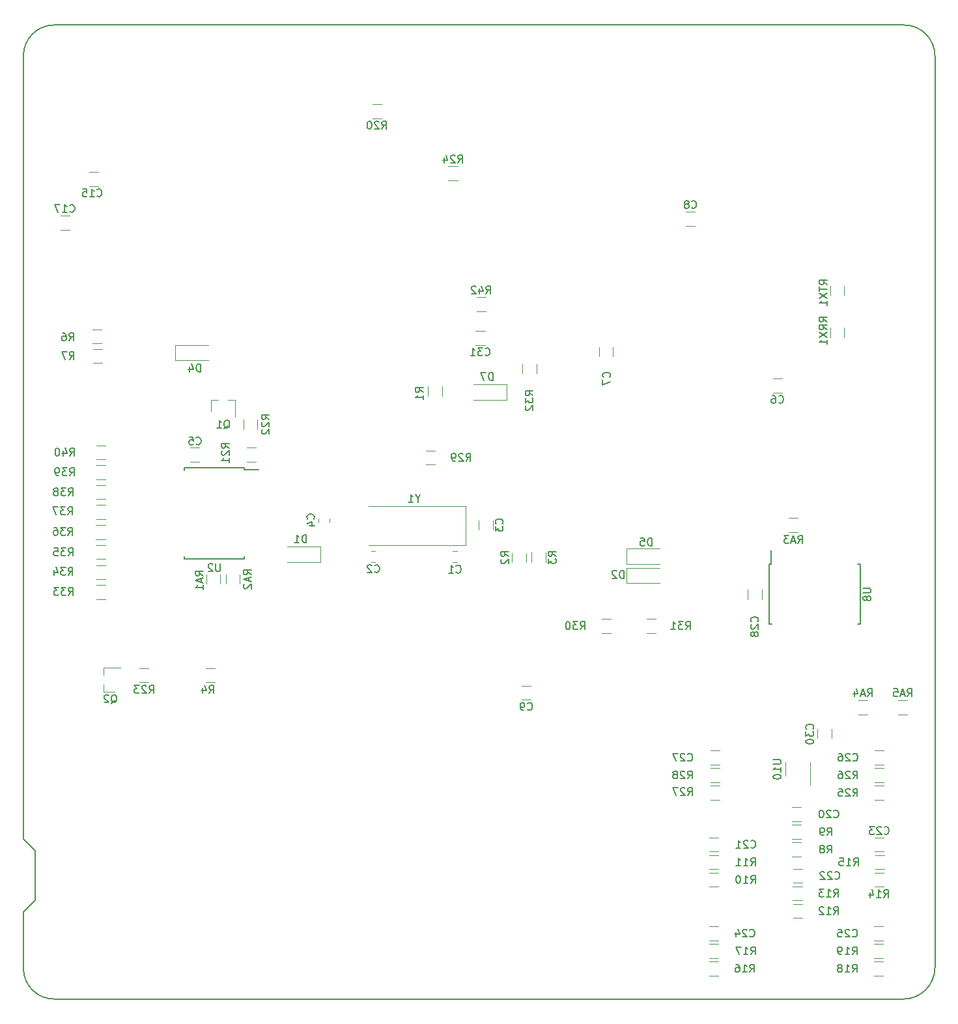
<source format=gbr>
%TF.GenerationSoftware,KiCad,Pcbnew,(5.1.0)-1*%
%TF.CreationDate,2019-04-14T15:35:55+02:00*%
%TF.ProjectId,PIC18F4550 dev board,50494331-3846-4343-9535-302064657620,rev?*%
%TF.SameCoordinates,Original*%
%TF.FileFunction,Legend,Bot*%
%TF.FilePolarity,Positive*%
%FSLAX46Y46*%
G04 Gerber Fmt 4.6, Leading zero omitted, Abs format (unit mm)*
G04 Created by KiCad (PCBNEW (5.1.0)-1) date 2019-04-14 15:35:55*
%MOMM*%
%LPD*%
G04 APERTURE LIST*
%ADD10C,0.150000*%
%ADD11C,0.120000*%
G04 APERTURE END LIST*
D10*
X21500000Y-177200000D02*
X20000000Y-178700000D01*
X20000000Y-169200000D02*
X21500000Y-170700000D01*
X21500000Y-177200000D02*
X21500000Y-170700000D01*
X134400000Y-190000000D02*
X24099969Y-189998751D01*
X138500000Y-67400000D02*
X138500000Y-185900000D01*
X134500000Y-63400000D02*
X24000000Y-63400000D01*
X138500000Y-185900000D02*
G75*
G02X134400000Y-190000000I-4100000J0D01*
G01*
X134500000Y-63400000D02*
G75*
G02X138500000Y-67400000I0J-4000000D01*
G01*
X20000000Y-178700000D02*
X20000000Y-186000000D01*
X20000000Y-67400000D02*
X20000000Y-169200000D01*
X20000000Y-67400000D02*
G75*
G02X24000000Y-63400000I4000000J0D01*
G01*
X24099969Y-189998751D02*
G75*
G02X20000000Y-186000000I-99969J3998751D01*
G01*
D11*
X80102064Y-100610000D02*
X78897936Y-100610000D01*
X80102064Y-98790000D02*
X78897936Y-98790000D01*
X29447736Y-118038200D02*
X30651864Y-118038200D01*
X29447736Y-119858200D02*
X30651864Y-119858200D01*
X29458836Y-120629000D02*
X30662964Y-120629000D01*
X29458836Y-122449000D02*
X30662964Y-122449000D01*
X29458836Y-123207100D02*
X30662964Y-123207100D01*
X29458836Y-125027100D02*
X30662964Y-125027100D01*
X29458836Y-125785200D02*
X30662964Y-125785200D01*
X29458836Y-127605200D02*
X30662964Y-127605200D01*
X29446136Y-128401400D02*
X30650264Y-128401400D01*
X29446136Y-130221400D02*
X30650264Y-130221400D01*
X29458836Y-130992200D02*
X30662964Y-130992200D01*
X29458836Y-132812200D02*
X30662964Y-132812200D01*
X29458836Y-133608400D02*
X30662964Y-133608400D01*
X29458836Y-135428400D02*
X30662964Y-135428400D01*
X29458836Y-136199200D02*
X30662964Y-136199200D01*
X29458836Y-138019200D02*
X30662964Y-138019200D01*
X77500000Y-131050000D02*
X64900000Y-131050000D01*
X77500000Y-125950000D02*
X77500000Y-131050000D01*
X64900000Y-125950000D02*
X77500000Y-125950000D01*
X82850000Y-112100000D02*
X78550000Y-112100000D01*
X82850000Y-110100000D02*
X82850000Y-112100000D01*
X78550000Y-110100000D02*
X82850000Y-110100000D01*
X98425100Y-131473700D02*
X102725100Y-131473700D01*
X98425100Y-133473700D02*
X98425100Y-131473700D01*
X102725100Y-133473700D02*
X98425100Y-133473700D01*
X39750000Y-105000000D02*
X44050000Y-105000000D01*
X39750000Y-107000000D02*
X39750000Y-105000000D01*
X44050000Y-107000000D02*
X39750000Y-107000000D01*
X98415000Y-133937500D02*
X102715000Y-133937500D01*
X98415000Y-135937500D02*
X98415000Y-133937500D01*
X102715000Y-135937500D02*
X98415000Y-135937500D01*
X58585000Y-133207000D02*
X54285000Y-133207000D01*
X58585000Y-131207000D02*
X58585000Y-133207000D01*
X54285000Y-131207000D02*
X58585000Y-131207000D01*
X86710000Y-107497936D02*
X86710000Y-108702064D01*
X84890000Y-107497936D02*
X84890000Y-108702064D01*
X102202064Y-142410000D02*
X100997936Y-142410000D01*
X102202064Y-140590000D02*
X100997936Y-140590000D01*
X95155936Y-140590000D02*
X96360064Y-140590000D01*
X95155936Y-142410000D02*
X96360064Y-142410000D01*
X72295936Y-118724000D02*
X73500064Y-118724000D01*
X72295936Y-120544000D02*
X73500064Y-120544000D01*
X78797936Y-103190000D02*
X80002064Y-103190000D01*
X78797936Y-105010000D02*
X80002064Y-105010000D01*
X123245200Y-156100864D02*
X123245200Y-154896736D01*
X125065200Y-156100864D02*
X125065200Y-154896736D01*
X122310800Y-159221600D02*
X122310800Y-162171600D01*
X119090800Y-161021600D02*
X119090800Y-159221600D01*
X109303736Y-159999000D02*
X110507864Y-159999000D01*
X109303736Y-161819000D02*
X110507864Y-161819000D01*
X110507864Y-164105000D02*
X109303736Y-164105000D01*
X110507864Y-162285000D02*
X109303736Y-162285000D01*
X131869264Y-161819000D02*
X130665136Y-161819000D01*
X131869264Y-159999000D02*
X130665136Y-159999000D01*
X130665136Y-162285000D02*
X131869264Y-162285000D01*
X130665136Y-164105000D02*
X131869264Y-164105000D01*
X110544364Y-159533000D02*
X109340236Y-159533000D01*
X110544364Y-157713000D02*
X109340236Y-157713000D01*
X130665136Y-157713000D02*
X131869264Y-157713000D01*
X130665136Y-159533000D02*
X131869264Y-159533000D01*
X44394000Y-112143000D02*
X44394000Y-113603000D01*
X47554000Y-112143000D02*
X47554000Y-114303000D01*
X47554000Y-112143000D02*
X46624000Y-112143000D01*
X44394000Y-112143000D02*
X45324000Y-112143000D01*
X72590000Y-111602064D02*
X72590000Y-110397936D01*
X74410000Y-111602064D02*
X74410000Y-110397936D01*
X85365000Y-132022436D02*
X85365000Y-133226564D01*
X83545000Y-132022436D02*
X83545000Y-133226564D01*
X87905000Y-131985936D02*
X87905000Y-133190064D01*
X86085000Y-131985936D02*
X86085000Y-133190064D01*
X44902064Y-148810000D02*
X43697936Y-148810000D01*
X44902064Y-146990000D02*
X43697936Y-146990000D01*
X30176664Y-104790200D02*
X28972536Y-104790200D01*
X30176664Y-102970200D02*
X28972536Y-102970200D01*
X30229564Y-107317600D02*
X29025436Y-107317600D01*
X30229564Y-105497600D02*
X29025436Y-105497600D01*
X119920936Y-169651000D02*
X121125064Y-169651000D01*
X119920936Y-171471000D02*
X121125064Y-171471000D01*
X109125936Y-173588000D02*
X110330064Y-173588000D01*
X109125936Y-175408000D02*
X110330064Y-175408000D01*
X120084436Y-177652000D02*
X121288564Y-177652000D01*
X120084436Y-179472000D02*
X121288564Y-179472000D01*
X130625436Y-173588000D02*
X131829564Y-173588000D01*
X130625436Y-175408000D02*
X131829564Y-175408000D01*
X109125936Y-185145000D02*
X110330064Y-185145000D01*
X109125936Y-186965000D02*
X110330064Y-186965000D01*
X130588936Y-185145000D02*
X131793064Y-185145000D01*
X130588936Y-186965000D02*
X131793064Y-186965000D01*
X49054936Y-118343000D02*
X50259064Y-118343000D01*
X49054936Y-120163000D02*
X50259064Y-120163000D01*
X50440000Y-114713936D02*
X50440000Y-115918064D01*
X48620000Y-114713936D02*
X48620000Y-115918064D01*
X126690800Y-102761636D02*
X126690800Y-103965764D01*
X124870800Y-102761636D02*
X124870800Y-103965764D01*
X124870800Y-98507964D02*
X124870800Y-97303836D01*
X126690800Y-98507964D02*
X126690800Y-97303836D01*
D10*
X48706000Y-121173000D02*
X50531000Y-121173000D01*
X48706000Y-132823000D02*
X40956000Y-132823000D01*
X48706000Y-120923000D02*
X40956000Y-120923000D01*
X48706000Y-132823000D02*
X48706000Y-132478000D01*
X40956000Y-132823000D02*
X40956000Y-132478000D01*
X40956000Y-120923000D02*
X40956000Y-121268000D01*
X48706000Y-120923000D02*
X48706000Y-121173000D01*
D11*
X121125064Y-169185000D02*
X119920936Y-169185000D01*
X121125064Y-167365000D02*
X119920936Y-167365000D01*
X110330064Y-173122000D02*
X109125936Y-173122000D01*
X110330064Y-171302000D02*
X109125936Y-171302000D01*
X121226064Y-177163000D02*
X120021936Y-177163000D01*
X121226064Y-175343000D02*
X120021936Y-175343000D01*
X131920064Y-173122000D02*
X130715936Y-173122000D01*
X131920064Y-171302000D02*
X130715936Y-171302000D01*
X110337064Y-184679000D02*
X109132936Y-184679000D01*
X110337064Y-182859000D02*
X109132936Y-182859000D01*
X131793064Y-184679000D02*
X130588936Y-184679000D01*
X131793064Y-182859000D02*
X130588936Y-182859000D01*
X65350636Y-73715200D02*
X66554764Y-73715200D01*
X65350636Y-75535200D02*
X66554764Y-75535200D01*
X30440000Y-150080000D02*
X31900000Y-150080000D01*
X30440000Y-146920000D02*
X32600000Y-146920000D01*
X30440000Y-146920000D02*
X30440000Y-147850000D01*
X30440000Y-150080000D02*
X30440000Y-149150000D01*
X36302064Y-148810000D02*
X35097936Y-148810000D01*
X36302064Y-146990000D02*
X35097936Y-146990000D01*
D10*
X117171000Y-133504000D02*
X117171000Y-131679000D01*
X128821000Y-133504000D02*
X128821000Y-141254000D01*
X116921000Y-133504000D02*
X116921000Y-141254000D01*
X128821000Y-133504000D02*
X128476000Y-133504000D01*
X128821000Y-141254000D02*
X128476000Y-141254000D01*
X116921000Y-141254000D02*
X117266000Y-141254000D01*
X116921000Y-133504000D02*
X117171000Y-133504000D01*
D11*
X76446464Y-83587000D02*
X75242336Y-83587000D01*
X76446464Y-81767000D02*
X75242336Y-81767000D01*
X81010000Y-127797936D02*
X81010000Y-129002064D01*
X79190000Y-127797936D02*
X79190000Y-129002064D01*
X41688936Y-118343000D02*
X42893064Y-118343000D01*
X41688936Y-120163000D02*
X42893064Y-120163000D01*
X117428436Y-109364000D02*
X118632564Y-109364000D01*
X117428436Y-111184000D02*
X118632564Y-111184000D01*
X96661000Y-105252936D02*
X96661000Y-106457064D01*
X94841000Y-105252936D02*
X94841000Y-106457064D01*
X107310064Y-89512000D02*
X106105936Y-89512000D01*
X107310064Y-87692000D02*
X106105936Y-87692000D01*
X84764236Y-149288200D02*
X85968364Y-149288200D01*
X84764236Y-151108200D02*
X85968364Y-151108200D01*
X29721564Y-84349000D02*
X28517436Y-84349000D01*
X29721564Y-82529000D02*
X28517436Y-82529000D01*
X26002064Y-90010000D02*
X24797936Y-90010000D01*
X26002064Y-88190000D02*
X24797936Y-88190000D01*
X119884436Y-165079000D02*
X121088564Y-165079000D01*
X119884436Y-166899000D02*
X121088564Y-166899000D01*
X109125936Y-169016000D02*
X110330064Y-169016000D01*
X109125936Y-170836000D02*
X110330064Y-170836000D01*
X120047936Y-173080000D02*
X121252064Y-173080000D01*
X120047936Y-174900000D02*
X121252064Y-174900000D01*
X130679436Y-169016000D02*
X131883564Y-169016000D01*
X130679436Y-170836000D02*
X131883564Y-170836000D01*
X109162436Y-180573000D02*
X110366564Y-180573000D01*
X109162436Y-182393000D02*
X110366564Y-182393000D01*
X130588936Y-180573000D02*
X131793064Y-180573000D01*
X130588936Y-182393000D02*
X131793064Y-182393000D01*
X114190000Y-138002064D02*
X114190000Y-136797936D01*
X116010000Y-138002064D02*
X116010000Y-136797936D01*
X45614000Y-134830736D02*
X45614000Y-136034864D01*
X43794000Y-134830736D02*
X43794000Y-136034864D01*
X48154000Y-134830736D02*
X48154000Y-136034864D01*
X46334000Y-134830736D02*
X46334000Y-136034864D01*
X120714564Y-129310000D02*
X119510436Y-129310000D01*
X120714564Y-127490000D02*
X119510436Y-127490000D01*
X129749964Y-153005200D02*
X128545836Y-153005200D01*
X129749964Y-151185200D02*
X128545836Y-151185200D01*
X133713136Y-151185200D02*
X134917264Y-151185200D01*
X133713136Y-153005200D02*
X134917264Y-153005200D01*
X76361252Y-133178200D02*
X75838748Y-133178200D01*
X76361252Y-131758200D02*
X75838748Y-131758200D01*
X65238748Y-131758200D02*
X65761252Y-131758200D01*
X65238748Y-133178200D02*
X65761252Y-133178200D01*
X59765000Y-127500748D02*
X59765000Y-128023252D01*
X58345000Y-127500748D02*
X58345000Y-128023252D01*
D10*
X80142857Y-98332380D02*
X80476190Y-97856190D01*
X80714285Y-98332380D02*
X80714285Y-97332380D01*
X80333333Y-97332380D01*
X80238095Y-97380000D01*
X80190476Y-97427619D01*
X80142857Y-97522857D01*
X80142857Y-97665714D01*
X80190476Y-97760952D01*
X80238095Y-97808571D01*
X80333333Y-97856190D01*
X80714285Y-97856190D01*
X79285714Y-97665714D02*
X79285714Y-98332380D01*
X79523809Y-97284761D02*
X79761904Y-97999047D01*
X79142857Y-97999047D01*
X78809523Y-97427619D02*
X78761904Y-97380000D01*
X78666666Y-97332380D01*
X78428571Y-97332380D01*
X78333333Y-97380000D01*
X78285714Y-97427619D01*
X78238095Y-97522857D01*
X78238095Y-97618095D01*
X78285714Y-97760952D01*
X78857142Y-98332380D01*
X78238095Y-98332380D01*
X26017457Y-119400580D02*
X26350790Y-118924390D01*
X26588885Y-119400580D02*
X26588885Y-118400580D01*
X26207933Y-118400580D01*
X26112695Y-118448200D01*
X26065076Y-118495819D01*
X26017457Y-118591057D01*
X26017457Y-118733914D01*
X26065076Y-118829152D01*
X26112695Y-118876771D01*
X26207933Y-118924390D01*
X26588885Y-118924390D01*
X25160314Y-118733914D02*
X25160314Y-119400580D01*
X25398409Y-118352961D02*
X25636504Y-119067247D01*
X25017457Y-119067247D01*
X24446028Y-118400580D02*
X24350790Y-118400580D01*
X24255552Y-118448200D01*
X24207933Y-118495819D01*
X24160314Y-118591057D01*
X24112695Y-118781533D01*
X24112695Y-119019628D01*
X24160314Y-119210104D01*
X24207933Y-119305342D01*
X24255552Y-119352961D01*
X24350790Y-119400580D01*
X24446028Y-119400580D01*
X24541266Y-119352961D01*
X24588885Y-119305342D01*
X24636504Y-119210104D01*
X24684123Y-119019628D01*
X24684123Y-118781533D01*
X24636504Y-118591057D01*
X24588885Y-118495819D01*
X24541266Y-118448200D01*
X24446028Y-118400580D01*
X26004757Y-121978680D02*
X26338090Y-121502490D01*
X26576185Y-121978680D02*
X26576185Y-120978680D01*
X26195233Y-120978680D01*
X26099995Y-121026300D01*
X26052376Y-121073919D01*
X26004757Y-121169157D01*
X26004757Y-121312014D01*
X26052376Y-121407252D01*
X26099995Y-121454871D01*
X26195233Y-121502490D01*
X26576185Y-121502490D01*
X25671423Y-120978680D02*
X25052376Y-120978680D01*
X25385709Y-121359633D01*
X25242852Y-121359633D01*
X25147614Y-121407252D01*
X25099995Y-121454871D01*
X25052376Y-121550109D01*
X25052376Y-121788204D01*
X25099995Y-121883442D01*
X25147614Y-121931061D01*
X25242852Y-121978680D01*
X25528566Y-121978680D01*
X25623804Y-121931061D01*
X25671423Y-121883442D01*
X24576185Y-121978680D02*
X24385709Y-121978680D01*
X24290471Y-121931061D01*
X24242852Y-121883442D01*
X24147614Y-121740585D01*
X24099995Y-121550109D01*
X24099995Y-121169157D01*
X24147614Y-121073919D01*
X24195233Y-121026300D01*
X24290471Y-120978680D01*
X24480947Y-120978680D01*
X24576185Y-121026300D01*
X24623804Y-121073919D01*
X24671423Y-121169157D01*
X24671423Y-121407252D01*
X24623804Y-121502490D01*
X24576185Y-121550109D01*
X24480947Y-121597728D01*
X24290471Y-121597728D01*
X24195233Y-121550109D01*
X24147614Y-121502490D01*
X24099995Y-121407252D01*
X25839657Y-124569480D02*
X26172990Y-124093290D01*
X26411085Y-124569480D02*
X26411085Y-123569480D01*
X26030133Y-123569480D01*
X25934895Y-123617100D01*
X25887276Y-123664719D01*
X25839657Y-123759957D01*
X25839657Y-123902814D01*
X25887276Y-123998052D01*
X25934895Y-124045671D01*
X26030133Y-124093290D01*
X26411085Y-124093290D01*
X25506323Y-123569480D02*
X24887276Y-123569480D01*
X25220609Y-123950433D01*
X25077752Y-123950433D01*
X24982514Y-123998052D01*
X24934895Y-124045671D01*
X24887276Y-124140909D01*
X24887276Y-124379004D01*
X24934895Y-124474242D01*
X24982514Y-124521861D01*
X25077752Y-124569480D01*
X25363466Y-124569480D01*
X25458704Y-124521861D01*
X25506323Y-124474242D01*
X24315847Y-123998052D02*
X24411085Y-123950433D01*
X24458704Y-123902814D01*
X24506323Y-123807576D01*
X24506323Y-123759957D01*
X24458704Y-123664719D01*
X24411085Y-123617100D01*
X24315847Y-123569480D01*
X24125371Y-123569480D01*
X24030133Y-123617100D01*
X23982514Y-123664719D01*
X23934895Y-123759957D01*
X23934895Y-123807576D01*
X23982514Y-123902814D01*
X24030133Y-123950433D01*
X24125371Y-123998052D01*
X24315847Y-123998052D01*
X24411085Y-124045671D01*
X24458704Y-124093290D01*
X24506323Y-124188528D01*
X24506323Y-124379004D01*
X24458704Y-124474242D01*
X24411085Y-124521861D01*
X24315847Y-124569480D01*
X24125371Y-124569480D01*
X24030133Y-124521861D01*
X23982514Y-124474242D01*
X23934895Y-124379004D01*
X23934895Y-124188528D01*
X23982514Y-124093290D01*
X24030133Y-124045671D01*
X24125371Y-123998052D01*
X25788857Y-127058680D02*
X26122190Y-126582490D01*
X26360285Y-127058680D02*
X26360285Y-126058680D01*
X25979333Y-126058680D01*
X25884095Y-126106300D01*
X25836476Y-126153919D01*
X25788857Y-126249157D01*
X25788857Y-126392014D01*
X25836476Y-126487252D01*
X25884095Y-126534871D01*
X25979333Y-126582490D01*
X26360285Y-126582490D01*
X25455523Y-126058680D02*
X24836476Y-126058680D01*
X25169809Y-126439633D01*
X25026952Y-126439633D01*
X24931714Y-126487252D01*
X24884095Y-126534871D01*
X24836476Y-126630109D01*
X24836476Y-126868204D01*
X24884095Y-126963442D01*
X24931714Y-127011061D01*
X25026952Y-127058680D01*
X25312666Y-127058680D01*
X25407904Y-127011061D01*
X25455523Y-126963442D01*
X24503142Y-126058680D02*
X23836476Y-126058680D01*
X24265047Y-127058680D01*
X25801557Y-129712980D02*
X26134890Y-129236790D01*
X26372985Y-129712980D02*
X26372985Y-128712980D01*
X25992033Y-128712980D01*
X25896795Y-128760600D01*
X25849176Y-128808219D01*
X25801557Y-128903457D01*
X25801557Y-129046314D01*
X25849176Y-129141552D01*
X25896795Y-129189171D01*
X25992033Y-129236790D01*
X26372985Y-129236790D01*
X25468223Y-128712980D02*
X24849176Y-128712980D01*
X25182509Y-129093933D01*
X25039652Y-129093933D01*
X24944414Y-129141552D01*
X24896795Y-129189171D01*
X24849176Y-129284409D01*
X24849176Y-129522504D01*
X24896795Y-129617742D01*
X24944414Y-129665361D01*
X25039652Y-129712980D01*
X25325366Y-129712980D01*
X25420604Y-129665361D01*
X25468223Y-129617742D01*
X23992033Y-128712980D02*
X24182509Y-128712980D01*
X24277747Y-128760600D01*
X24325366Y-128808219D01*
X24420604Y-128951076D01*
X24468223Y-129141552D01*
X24468223Y-129522504D01*
X24420604Y-129617742D01*
X24372985Y-129665361D01*
X24277747Y-129712980D01*
X24087271Y-129712980D01*
X23992033Y-129665361D01*
X23944414Y-129617742D01*
X23896795Y-129522504D01*
X23896795Y-129284409D01*
X23944414Y-129189171D01*
X23992033Y-129141552D01*
X24087271Y-129093933D01*
X24277747Y-129093933D01*
X24372985Y-129141552D01*
X24420604Y-129189171D01*
X24468223Y-129284409D01*
X25839657Y-132379980D02*
X26172990Y-131903790D01*
X26411085Y-132379980D02*
X26411085Y-131379980D01*
X26030133Y-131379980D01*
X25934895Y-131427600D01*
X25887276Y-131475219D01*
X25839657Y-131570457D01*
X25839657Y-131713314D01*
X25887276Y-131808552D01*
X25934895Y-131856171D01*
X26030133Y-131903790D01*
X26411085Y-131903790D01*
X25506323Y-131379980D02*
X24887276Y-131379980D01*
X25220609Y-131760933D01*
X25077752Y-131760933D01*
X24982514Y-131808552D01*
X24934895Y-131856171D01*
X24887276Y-131951409D01*
X24887276Y-132189504D01*
X24934895Y-132284742D01*
X24982514Y-132332361D01*
X25077752Y-132379980D01*
X25363466Y-132379980D01*
X25458704Y-132332361D01*
X25506323Y-132284742D01*
X23982514Y-131379980D02*
X24458704Y-131379980D01*
X24506323Y-131856171D01*
X24458704Y-131808552D01*
X24363466Y-131760933D01*
X24125371Y-131760933D01*
X24030133Y-131808552D01*
X23982514Y-131856171D01*
X23934895Y-131951409D01*
X23934895Y-132189504D01*
X23982514Y-132284742D01*
X24030133Y-132332361D01*
X24125371Y-132379980D01*
X24363466Y-132379980D01*
X24458704Y-132332361D01*
X24506323Y-132284742D01*
X25814257Y-134894580D02*
X26147590Y-134418390D01*
X26385685Y-134894580D02*
X26385685Y-133894580D01*
X26004733Y-133894580D01*
X25909495Y-133942200D01*
X25861876Y-133989819D01*
X25814257Y-134085057D01*
X25814257Y-134227914D01*
X25861876Y-134323152D01*
X25909495Y-134370771D01*
X26004733Y-134418390D01*
X26385685Y-134418390D01*
X25480923Y-133894580D02*
X24861876Y-133894580D01*
X25195209Y-134275533D01*
X25052352Y-134275533D01*
X24957114Y-134323152D01*
X24909495Y-134370771D01*
X24861876Y-134466009D01*
X24861876Y-134704104D01*
X24909495Y-134799342D01*
X24957114Y-134846961D01*
X25052352Y-134894580D01*
X25338066Y-134894580D01*
X25433304Y-134846961D01*
X25480923Y-134799342D01*
X24004733Y-134227914D02*
X24004733Y-134894580D01*
X24242828Y-133846961D02*
X24480923Y-134561247D01*
X23861876Y-134561247D01*
X25865057Y-137510780D02*
X26198390Y-137034590D01*
X26436485Y-137510780D02*
X26436485Y-136510780D01*
X26055533Y-136510780D01*
X25960295Y-136558400D01*
X25912676Y-136606019D01*
X25865057Y-136701257D01*
X25865057Y-136844114D01*
X25912676Y-136939352D01*
X25960295Y-136986971D01*
X26055533Y-137034590D01*
X26436485Y-137034590D01*
X25531723Y-136510780D02*
X24912676Y-136510780D01*
X25246009Y-136891733D01*
X25103152Y-136891733D01*
X25007914Y-136939352D01*
X24960295Y-136986971D01*
X24912676Y-137082209D01*
X24912676Y-137320304D01*
X24960295Y-137415542D01*
X25007914Y-137463161D01*
X25103152Y-137510780D01*
X25388866Y-137510780D01*
X25484104Y-137463161D01*
X25531723Y-137415542D01*
X24579342Y-136510780D02*
X23960295Y-136510780D01*
X24293628Y-136891733D01*
X24150771Y-136891733D01*
X24055533Y-136939352D01*
X24007914Y-136986971D01*
X23960295Y-137082209D01*
X23960295Y-137320304D01*
X24007914Y-137415542D01*
X24055533Y-137463161D01*
X24150771Y-137510780D01*
X24436485Y-137510780D01*
X24531723Y-137463161D01*
X24579342Y-137415542D01*
X71276190Y-124926190D02*
X71276190Y-125402380D01*
X71609523Y-124402380D02*
X71276190Y-124926190D01*
X70942857Y-124402380D01*
X70085714Y-125402380D02*
X70657142Y-125402380D01*
X70371428Y-125402380D02*
X70371428Y-124402380D01*
X70466666Y-124545238D01*
X70561904Y-124640476D01*
X70657142Y-124688095D01*
X81038095Y-109552380D02*
X81038095Y-108552380D01*
X80800000Y-108552380D01*
X80657142Y-108600000D01*
X80561904Y-108695238D01*
X80514285Y-108790476D01*
X80466666Y-108980952D01*
X80466666Y-109123809D01*
X80514285Y-109314285D01*
X80561904Y-109409523D01*
X80657142Y-109504761D01*
X80800000Y-109552380D01*
X81038095Y-109552380D01*
X80133333Y-108552380D02*
X79466666Y-108552380D01*
X79895238Y-109552380D01*
X101688195Y-131069080D02*
X101688195Y-130069080D01*
X101450100Y-130069080D01*
X101307242Y-130116700D01*
X101212004Y-130211938D01*
X101164385Y-130307176D01*
X101116766Y-130497652D01*
X101116766Y-130640509D01*
X101164385Y-130830985D01*
X101212004Y-130926223D01*
X101307242Y-131021461D01*
X101450100Y-131069080D01*
X101688195Y-131069080D01*
X100212004Y-130069080D02*
X100688195Y-130069080D01*
X100735814Y-130545271D01*
X100688195Y-130497652D01*
X100592957Y-130450033D01*
X100354861Y-130450033D01*
X100259623Y-130497652D01*
X100212004Y-130545271D01*
X100164385Y-130640509D01*
X100164385Y-130878604D01*
X100212004Y-130973842D01*
X100259623Y-131021461D01*
X100354861Y-131069080D01*
X100592957Y-131069080D01*
X100688195Y-131021461D01*
X100735814Y-130973842D01*
X43038095Y-108452380D02*
X43038095Y-107452380D01*
X42800000Y-107452380D01*
X42657142Y-107500000D01*
X42561904Y-107595238D01*
X42514285Y-107690476D01*
X42466666Y-107880952D01*
X42466666Y-108023809D01*
X42514285Y-108214285D01*
X42561904Y-108309523D01*
X42657142Y-108404761D01*
X42800000Y-108452380D01*
X43038095Y-108452380D01*
X41609523Y-107785714D02*
X41609523Y-108452380D01*
X41847619Y-107404761D02*
X42085714Y-108119047D01*
X41466666Y-108119047D01*
X98058195Y-135300980D02*
X98058195Y-134300980D01*
X97820100Y-134300980D01*
X97677242Y-134348600D01*
X97582004Y-134443838D01*
X97534385Y-134539076D01*
X97486766Y-134729552D01*
X97486766Y-134872409D01*
X97534385Y-135062885D01*
X97582004Y-135158123D01*
X97677242Y-135253361D01*
X97820100Y-135300980D01*
X98058195Y-135300980D01*
X97105814Y-134396219D02*
X97058195Y-134348600D01*
X96962957Y-134300980D01*
X96724861Y-134300980D01*
X96629623Y-134348600D01*
X96582004Y-134396219D01*
X96534385Y-134491457D01*
X96534385Y-134586695D01*
X96582004Y-134729552D01*
X97153433Y-135300980D01*
X96534385Y-135300980D01*
X56773095Y-130659380D02*
X56773095Y-129659380D01*
X56535000Y-129659380D01*
X56392142Y-129707000D01*
X56296904Y-129802238D01*
X56249285Y-129897476D01*
X56201666Y-130087952D01*
X56201666Y-130230809D01*
X56249285Y-130421285D01*
X56296904Y-130516523D01*
X56392142Y-130611761D01*
X56535000Y-130659380D01*
X56773095Y-130659380D01*
X55249285Y-130659380D02*
X55820714Y-130659380D01*
X55535000Y-130659380D02*
X55535000Y-129659380D01*
X55630238Y-129802238D01*
X55725476Y-129897476D01*
X55820714Y-129945095D01*
X86252380Y-111557142D02*
X85776190Y-111223809D01*
X86252380Y-110985714D02*
X85252380Y-110985714D01*
X85252380Y-111366666D01*
X85300000Y-111461904D01*
X85347619Y-111509523D01*
X85442857Y-111557142D01*
X85585714Y-111557142D01*
X85680952Y-111509523D01*
X85728571Y-111461904D01*
X85776190Y-111366666D01*
X85776190Y-110985714D01*
X85252380Y-111890476D02*
X85252380Y-112509523D01*
X85633333Y-112176190D01*
X85633333Y-112319047D01*
X85680952Y-112414285D01*
X85728571Y-112461904D01*
X85823809Y-112509523D01*
X86061904Y-112509523D01*
X86157142Y-112461904D01*
X86204761Y-112414285D01*
X86252380Y-112319047D01*
X86252380Y-112033333D01*
X86204761Y-111938095D01*
X86157142Y-111890476D01*
X85347619Y-112890476D02*
X85300000Y-112938095D01*
X85252380Y-113033333D01*
X85252380Y-113271428D01*
X85300000Y-113366666D01*
X85347619Y-113414285D01*
X85442857Y-113461904D01*
X85538095Y-113461904D01*
X85680952Y-113414285D01*
X86252380Y-112842857D01*
X86252380Y-113461904D01*
X106103657Y-141952380D02*
X106436990Y-141476190D01*
X106675085Y-141952380D02*
X106675085Y-140952380D01*
X106294133Y-140952380D01*
X106198895Y-141000000D01*
X106151276Y-141047619D01*
X106103657Y-141142857D01*
X106103657Y-141285714D01*
X106151276Y-141380952D01*
X106198895Y-141428571D01*
X106294133Y-141476190D01*
X106675085Y-141476190D01*
X105770323Y-140952380D02*
X105151276Y-140952380D01*
X105484609Y-141333333D01*
X105341752Y-141333333D01*
X105246514Y-141380952D01*
X105198895Y-141428571D01*
X105151276Y-141523809D01*
X105151276Y-141761904D01*
X105198895Y-141857142D01*
X105246514Y-141904761D01*
X105341752Y-141952380D01*
X105627466Y-141952380D01*
X105722704Y-141904761D01*
X105770323Y-141857142D01*
X104198895Y-141952380D02*
X104770323Y-141952380D01*
X104484609Y-141952380D02*
X104484609Y-140952380D01*
X104579847Y-141095238D01*
X104675085Y-141190476D01*
X104770323Y-141238095D01*
X92400857Y-141952380D02*
X92734190Y-141476190D01*
X92972285Y-141952380D02*
X92972285Y-140952380D01*
X92591333Y-140952380D01*
X92496095Y-141000000D01*
X92448476Y-141047619D01*
X92400857Y-141142857D01*
X92400857Y-141285714D01*
X92448476Y-141380952D01*
X92496095Y-141428571D01*
X92591333Y-141476190D01*
X92972285Y-141476190D01*
X92067523Y-140952380D02*
X91448476Y-140952380D01*
X91781809Y-141333333D01*
X91638952Y-141333333D01*
X91543714Y-141380952D01*
X91496095Y-141428571D01*
X91448476Y-141523809D01*
X91448476Y-141761904D01*
X91496095Y-141857142D01*
X91543714Y-141904761D01*
X91638952Y-141952380D01*
X91924666Y-141952380D01*
X92019904Y-141904761D01*
X92067523Y-141857142D01*
X90829428Y-140952380D02*
X90734190Y-140952380D01*
X90638952Y-141000000D01*
X90591333Y-141047619D01*
X90543714Y-141142857D01*
X90496095Y-141333333D01*
X90496095Y-141571428D01*
X90543714Y-141761904D01*
X90591333Y-141857142D01*
X90638952Y-141904761D01*
X90734190Y-141952380D01*
X90829428Y-141952380D01*
X90924666Y-141904761D01*
X90972285Y-141857142D01*
X91019904Y-141761904D01*
X91067523Y-141571428D01*
X91067523Y-141333333D01*
X91019904Y-141142857D01*
X90972285Y-141047619D01*
X90924666Y-141000000D01*
X90829428Y-140952380D01*
X77540857Y-120086380D02*
X77874190Y-119610190D01*
X78112285Y-120086380D02*
X78112285Y-119086380D01*
X77731333Y-119086380D01*
X77636095Y-119134000D01*
X77588476Y-119181619D01*
X77540857Y-119276857D01*
X77540857Y-119419714D01*
X77588476Y-119514952D01*
X77636095Y-119562571D01*
X77731333Y-119610190D01*
X78112285Y-119610190D01*
X77159904Y-119181619D02*
X77112285Y-119134000D01*
X77017047Y-119086380D01*
X76778952Y-119086380D01*
X76683714Y-119134000D01*
X76636095Y-119181619D01*
X76588476Y-119276857D01*
X76588476Y-119372095D01*
X76636095Y-119514952D01*
X77207523Y-120086380D01*
X76588476Y-120086380D01*
X76112285Y-120086380D02*
X75921809Y-120086380D01*
X75826571Y-120038761D01*
X75778952Y-119991142D01*
X75683714Y-119848285D01*
X75636095Y-119657809D01*
X75636095Y-119276857D01*
X75683714Y-119181619D01*
X75731333Y-119134000D01*
X75826571Y-119086380D01*
X76017047Y-119086380D01*
X76112285Y-119134000D01*
X76159904Y-119181619D01*
X76207523Y-119276857D01*
X76207523Y-119514952D01*
X76159904Y-119610190D01*
X76112285Y-119657809D01*
X76017047Y-119705428D01*
X75826571Y-119705428D01*
X75731333Y-119657809D01*
X75683714Y-119610190D01*
X75636095Y-119514952D01*
X80042857Y-106277142D02*
X80090476Y-106324761D01*
X80233333Y-106372380D01*
X80328571Y-106372380D01*
X80471428Y-106324761D01*
X80566666Y-106229523D01*
X80614285Y-106134285D01*
X80661904Y-105943809D01*
X80661904Y-105800952D01*
X80614285Y-105610476D01*
X80566666Y-105515238D01*
X80471428Y-105420000D01*
X80328571Y-105372380D01*
X80233333Y-105372380D01*
X80090476Y-105420000D01*
X80042857Y-105467619D01*
X79709523Y-105372380D02*
X79090476Y-105372380D01*
X79423809Y-105753333D01*
X79280952Y-105753333D01*
X79185714Y-105800952D01*
X79138095Y-105848571D01*
X79090476Y-105943809D01*
X79090476Y-106181904D01*
X79138095Y-106277142D01*
X79185714Y-106324761D01*
X79280952Y-106372380D01*
X79566666Y-106372380D01*
X79661904Y-106324761D01*
X79709523Y-106277142D01*
X78138095Y-106372380D02*
X78709523Y-106372380D01*
X78423809Y-106372380D02*
X78423809Y-105372380D01*
X78519047Y-105515238D01*
X78614285Y-105610476D01*
X78709523Y-105658095D01*
X122632742Y-154906742D02*
X122680361Y-154859123D01*
X122727980Y-154716266D01*
X122727980Y-154621028D01*
X122680361Y-154478171D01*
X122585123Y-154382933D01*
X122489885Y-154335314D01*
X122299409Y-154287695D01*
X122156552Y-154287695D01*
X121966076Y-154335314D01*
X121870838Y-154382933D01*
X121775600Y-154478171D01*
X121727980Y-154621028D01*
X121727980Y-154716266D01*
X121775600Y-154859123D01*
X121823219Y-154906742D01*
X121727980Y-155240076D02*
X121727980Y-155859123D01*
X122108933Y-155525790D01*
X122108933Y-155668647D01*
X122156552Y-155763885D01*
X122204171Y-155811504D01*
X122299409Y-155859123D01*
X122537504Y-155859123D01*
X122632742Y-155811504D01*
X122680361Y-155763885D01*
X122727980Y-155668647D01*
X122727980Y-155382933D01*
X122680361Y-155287695D01*
X122632742Y-155240076D01*
X121727980Y-156478171D02*
X121727980Y-156573409D01*
X121775600Y-156668647D01*
X121823219Y-156716266D01*
X121918457Y-156763885D01*
X122108933Y-156811504D01*
X122347028Y-156811504D01*
X122537504Y-156763885D01*
X122632742Y-156716266D01*
X122680361Y-156668647D01*
X122727980Y-156573409D01*
X122727980Y-156478171D01*
X122680361Y-156382933D01*
X122632742Y-156335314D01*
X122537504Y-156287695D01*
X122347028Y-156240076D01*
X122108933Y-156240076D01*
X121918457Y-156287695D01*
X121823219Y-156335314D01*
X121775600Y-156382933D01*
X121727980Y-156478171D01*
X117486180Y-158883504D02*
X118295704Y-158883504D01*
X118390942Y-158931123D01*
X118438561Y-158978742D01*
X118486180Y-159073980D01*
X118486180Y-159264457D01*
X118438561Y-159359695D01*
X118390942Y-159407314D01*
X118295704Y-159454933D01*
X117486180Y-159454933D01*
X118486180Y-160454933D02*
X118486180Y-159883504D01*
X118486180Y-160169219D02*
X117486180Y-160169219D01*
X117629038Y-160073980D01*
X117724276Y-159978742D01*
X117771895Y-159883504D01*
X117486180Y-161073980D02*
X117486180Y-161169219D01*
X117533800Y-161264457D01*
X117581419Y-161312076D01*
X117676657Y-161359695D01*
X117867133Y-161407314D01*
X118105228Y-161407314D01*
X118295704Y-161359695D01*
X118390942Y-161312076D01*
X118438561Y-161264457D01*
X118486180Y-161169219D01*
X118486180Y-161073980D01*
X118438561Y-160978742D01*
X118390942Y-160931123D01*
X118295704Y-160883504D01*
X118105228Y-160835885D01*
X117867133Y-160835885D01*
X117676657Y-160883504D01*
X117581419Y-160931123D01*
X117533800Y-160978742D01*
X117486180Y-161073980D01*
X106357657Y-161361380D02*
X106690990Y-160885190D01*
X106929085Y-161361380D02*
X106929085Y-160361380D01*
X106548133Y-160361380D01*
X106452895Y-160409000D01*
X106405276Y-160456619D01*
X106357657Y-160551857D01*
X106357657Y-160694714D01*
X106405276Y-160789952D01*
X106452895Y-160837571D01*
X106548133Y-160885190D01*
X106929085Y-160885190D01*
X105976704Y-160456619D02*
X105929085Y-160409000D01*
X105833847Y-160361380D01*
X105595752Y-160361380D01*
X105500514Y-160409000D01*
X105452895Y-160456619D01*
X105405276Y-160551857D01*
X105405276Y-160647095D01*
X105452895Y-160789952D01*
X106024323Y-161361380D01*
X105405276Y-161361380D01*
X104833847Y-160789952D02*
X104929085Y-160742333D01*
X104976704Y-160694714D01*
X105024323Y-160599476D01*
X105024323Y-160551857D01*
X104976704Y-160456619D01*
X104929085Y-160409000D01*
X104833847Y-160361380D01*
X104643371Y-160361380D01*
X104548133Y-160409000D01*
X104500514Y-160456619D01*
X104452895Y-160551857D01*
X104452895Y-160599476D01*
X104500514Y-160694714D01*
X104548133Y-160742333D01*
X104643371Y-160789952D01*
X104833847Y-160789952D01*
X104929085Y-160837571D01*
X104976704Y-160885190D01*
X105024323Y-160980428D01*
X105024323Y-161170904D01*
X104976704Y-161266142D01*
X104929085Y-161313761D01*
X104833847Y-161361380D01*
X104643371Y-161361380D01*
X104548133Y-161313761D01*
X104500514Y-161266142D01*
X104452895Y-161170904D01*
X104452895Y-160980428D01*
X104500514Y-160885190D01*
X104548133Y-160837571D01*
X104643371Y-160789952D01*
X106357657Y-163520380D02*
X106690990Y-163044190D01*
X106929085Y-163520380D02*
X106929085Y-162520380D01*
X106548133Y-162520380D01*
X106452895Y-162568000D01*
X106405276Y-162615619D01*
X106357657Y-162710857D01*
X106357657Y-162853714D01*
X106405276Y-162948952D01*
X106452895Y-162996571D01*
X106548133Y-163044190D01*
X106929085Y-163044190D01*
X105976704Y-162615619D02*
X105929085Y-162568000D01*
X105833847Y-162520380D01*
X105595752Y-162520380D01*
X105500514Y-162568000D01*
X105452895Y-162615619D01*
X105405276Y-162710857D01*
X105405276Y-162806095D01*
X105452895Y-162948952D01*
X106024323Y-163520380D01*
X105405276Y-163520380D01*
X105071942Y-162520380D02*
X104405276Y-162520380D01*
X104833847Y-163520380D01*
X127846057Y-161361380D02*
X128179390Y-160885190D01*
X128417485Y-161361380D02*
X128417485Y-160361380D01*
X128036533Y-160361380D01*
X127941295Y-160409000D01*
X127893676Y-160456619D01*
X127846057Y-160551857D01*
X127846057Y-160694714D01*
X127893676Y-160789952D01*
X127941295Y-160837571D01*
X128036533Y-160885190D01*
X128417485Y-160885190D01*
X127465104Y-160456619D02*
X127417485Y-160409000D01*
X127322247Y-160361380D01*
X127084152Y-160361380D01*
X126988914Y-160409000D01*
X126941295Y-160456619D01*
X126893676Y-160551857D01*
X126893676Y-160647095D01*
X126941295Y-160789952D01*
X127512723Y-161361380D01*
X126893676Y-161361380D01*
X126036533Y-160361380D02*
X126227009Y-160361380D01*
X126322247Y-160409000D01*
X126369866Y-160456619D01*
X126465104Y-160599476D01*
X126512723Y-160789952D01*
X126512723Y-161170904D01*
X126465104Y-161266142D01*
X126417485Y-161313761D01*
X126322247Y-161361380D01*
X126131771Y-161361380D01*
X126036533Y-161313761D01*
X125988914Y-161266142D01*
X125941295Y-161170904D01*
X125941295Y-160932809D01*
X125988914Y-160837571D01*
X126036533Y-160789952D01*
X126131771Y-160742333D01*
X126322247Y-160742333D01*
X126417485Y-160789952D01*
X126465104Y-160837571D01*
X126512723Y-160932809D01*
X127846057Y-163647380D02*
X128179390Y-163171190D01*
X128417485Y-163647380D02*
X128417485Y-162647380D01*
X128036533Y-162647380D01*
X127941295Y-162695000D01*
X127893676Y-162742619D01*
X127846057Y-162837857D01*
X127846057Y-162980714D01*
X127893676Y-163075952D01*
X127941295Y-163123571D01*
X128036533Y-163171190D01*
X128417485Y-163171190D01*
X127465104Y-162742619D02*
X127417485Y-162695000D01*
X127322247Y-162647380D01*
X127084152Y-162647380D01*
X126988914Y-162695000D01*
X126941295Y-162742619D01*
X126893676Y-162837857D01*
X126893676Y-162933095D01*
X126941295Y-163075952D01*
X127512723Y-163647380D01*
X126893676Y-163647380D01*
X125988914Y-162647380D02*
X126465104Y-162647380D01*
X126512723Y-163123571D01*
X126465104Y-163075952D01*
X126369866Y-163028333D01*
X126131771Y-163028333D01*
X126036533Y-163075952D01*
X125988914Y-163123571D01*
X125941295Y-163218809D01*
X125941295Y-163456904D01*
X125988914Y-163552142D01*
X126036533Y-163599761D01*
X126131771Y-163647380D01*
X126369866Y-163647380D01*
X126465104Y-163599761D01*
X126512723Y-163552142D01*
X106357657Y-158980142D02*
X106405276Y-159027761D01*
X106548133Y-159075380D01*
X106643371Y-159075380D01*
X106786228Y-159027761D01*
X106881466Y-158932523D01*
X106929085Y-158837285D01*
X106976704Y-158646809D01*
X106976704Y-158503952D01*
X106929085Y-158313476D01*
X106881466Y-158218238D01*
X106786228Y-158123000D01*
X106643371Y-158075380D01*
X106548133Y-158075380D01*
X106405276Y-158123000D01*
X106357657Y-158170619D01*
X105976704Y-158170619D02*
X105929085Y-158123000D01*
X105833847Y-158075380D01*
X105595752Y-158075380D01*
X105500514Y-158123000D01*
X105452895Y-158170619D01*
X105405276Y-158265857D01*
X105405276Y-158361095D01*
X105452895Y-158503952D01*
X106024323Y-159075380D01*
X105405276Y-159075380D01*
X105071942Y-158075380D02*
X104405276Y-158075380D01*
X104833847Y-159075380D01*
X127846057Y-158980142D02*
X127893676Y-159027761D01*
X128036533Y-159075380D01*
X128131771Y-159075380D01*
X128274628Y-159027761D01*
X128369866Y-158932523D01*
X128417485Y-158837285D01*
X128465104Y-158646809D01*
X128465104Y-158503952D01*
X128417485Y-158313476D01*
X128369866Y-158218238D01*
X128274628Y-158123000D01*
X128131771Y-158075380D01*
X128036533Y-158075380D01*
X127893676Y-158123000D01*
X127846057Y-158170619D01*
X127465104Y-158170619D02*
X127417485Y-158123000D01*
X127322247Y-158075380D01*
X127084152Y-158075380D01*
X126988914Y-158123000D01*
X126941295Y-158170619D01*
X126893676Y-158265857D01*
X126893676Y-158361095D01*
X126941295Y-158503952D01*
X127512723Y-159075380D01*
X126893676Y-159075380D01*
X126036533Y-158075380D02*
X126227009Y-158075380D01*
X126322247Y-158123000D01*
X126369866Y-158170619D01*
X126465104Y-158313476D01*
X126512723Y-158503952D01*
X126512723Y-158884904D01*
X126465104Y-158980142D01*
X126417485Y-159027761D01*
X126322247Y-159075380D01*
X126131771Y-159075380D01*
X126036533Y-159027761D01*
X125988914Y-158980142D01*
X125941295Y-158884904D01*
X125941295Y-158646809D01*
X125988914Y-158551571D01*
X126036533Y-158503952D01*
X126131771Y-158456333D01*
X126322247Y-158456333D01*
X126417485Y-158503952D01*
X126465104Y-158551571D01*
X126512723Y-158646809D01*
X46069238Y-115863619D02*
X46164476Y-115816000D01*
X46259714Y-115720761D01*
X46402571Y-115577904D01*
X46497809Y-115530285D01*
X46593047Y-115530285D01*
X46545428Y-115768380D02*
X46640666Y-115720761D01*
X46735904Y-115625523D01*
X46783523Y-115435047D01*
X46783523Y-115101714D01*
X46735904Y-114911238D01*
X46640666Y-114816000D01*
X46545428Y-114768380D01*
X46354952Y-114768380D01*
X46259714Y-114816000D01*
X46164476Y-114911238D01*
X46116857Y-115101714D01*
X46116857Y-115435047D01*
X46164476Y-115625523D01*
X46259714Y-115720761D01*
X46354952Y-115768380D01*
X46545428Y-115768380D01*
X45164476Y-115768380D02*
X45735904Y-115768380D01*
X45450190Y-115768380D02*
X45450190Y-114768380D01*
X45545428Y-114911238D01*
X45640666Y-115006476D01*
X45735904Y-115054095D01*
X71952380Y-111133333D02*
X71476190Y-110800000D01*
X71952380Y-110561904D02*
X70952380Y-110561904D01*
X70952380Y-110942857D01*
X71000000Y-111038095D01*
X71047619Y-111085714D01*
X71142857Y-111133333D01*
X71285714Y-111133333D01*
X71380952Y-111085714D01*
X71428571Y-111038095D01*
X71476190Y-110942857D01*
X71476190Y-110561904D01*
X71952380Y-112085714D02*
X71952380Y-111514285D01*
X71952380Y-111800000D02*
X70952380Y-111800000D01*
X71095238Y-111704761D01*
X71190476Y-111609523D01*
X71238095Y-111514285D01*
X83087380Y-132457833D02*
X82611190Y-132124500D01*
X83087380Y-131886404D02*
X82087380Y-131886404D01*
X82087380Y-132267357D01*
X82135000Y-132362595D01*
X82182619Y-132410214D01*
X82277857Y-132457833D01*
X82420714Y-132457833D01*
X82515952Y-132410214D01*
X82563571Y-132362595D01*
X82611190Y-132267357D01*
X82611190Y-131886404D01*
X82182619Y-132838785D02*
X82135000Y-132886404D01*
X82087380Y-132981642D01*
X82087380Y-133219738D01*
X82135000Y-133314976D01*
X82182619Y-133362595D01*
X82277857Y-133410214D01*
X82373095Y-133410214D01*
X82515952Y-133362595D01*
X83087380Y-132791166D01*
X83087380Y-133410214D01*
X89225380Y-132421333D02*
X88749190Y-132088000D01*
X89225380Y-131849904D02*
X88225380Y-131849904D01*
X88225380Y-132230857D01*
X88273000Y-132326095D01*
X88320619Y-132373714D01*
X88415857Y-132421333D01*
X88558714Y-132421333D01*
X88653952Y-132373714D01*
X88701571Y-132326095D01*
X88749190Y-132230857D01*
X88749190Y-131849904D01*
X88225380Y-132754666D02*
X88225380Y-133373714D01*
X88606333Y-133040380D01*
X88606333Y-133183238D01*
X88653952Y-133278476D01*
X88701571Y-133326095D01*
X88796809Y-133373714D01*
X89034904Y-133373714D01*
X89130142Y-133326095D01*
X89177761Y-133278476D01*
X89225380Y-133183238D01*
X89225380Y-132897523D01*
X89177761Y-132802285D01*
X89130142Y-132754666D01*
X44154166Y-150252380D02*
X44487500Y-149776190D01*
X44725595Y-150252380D02*
X44725595Y-149252380D01*
X44344642Y-149252380D01*
X44249404Y-149300000D01*
X44201785Y-149347619D01*
X44154166Y-149442857D01*
X44154166Y-149585714D01*
X44201785Y-149680952D01*
X44249404Y-149728571D01*
X44344642Y-149776190D01*
X44725595Y-149776190D01*
X43297023Y-149585714D02*
X43297023Y-150252380D01*
X43535119Y-149204761D02*
X43773214Y-149919047D01*
X43154166Y-149919047D01*
X25941266Y-104432580D02*
X26274600Y-103956390D01*
X26512695Y-104432580D02*
X26512695Y-103432580D01*
X26131742Y-103432580D01*
X26036504Y-103480200D01*
X25988885Y-103527819D01*
X25941266Y-103623057D01*
X25941266Y-103765914D01*
X25988885Y-103861152D01*
X26036504Y-103908771D01*
X26131742Y-103956390D01*
X26512695Y-103956390D01*
X25084123Y-103432580D02*
X25274600Y-103432580D01*
X25369838Y-103480200D01*
X25417457Y-103527819D01*
X25512695Y-103670676D01*
X25560314Y-103861152D01*
X25560314Y-104242104D01*
X25512695Y-104337342D01*
X25465076Y-104384961D01*
X25369838Y-104432580D01*
X25179361Y-104432580D01*
X25084123Y-104384961D01*
X25036504Y-104337342D01*
X24988885Y-104242104D01*
X24988885Y-104004009D01*
X25036504Y-103908771D01*
X25084123Y-103861152D01*
X25179361Y-103813533D01*
X25369838Y-103813533D01*
X25465076Y-103861152D01*
X25512695Y-103908771D01*
X25560314Y-104004009D01*
X25981666Y-106859980D02*
X26315000Y-106383790D01*
X26553095Y-106859980D02*
X26553095Y-105859980D01*
X26172142Y-105859980D01*
X26076904Y-105907600D01*
X26029285Y-105955219D01*
X25981666Y-106050457D01*
X25981666Y-106193314D01*
X26029285Y-106288552D01*
X26076904Y-106336171D01*
X26172142Y-106383790D01*
X26553095Y-106383790D01*
X25648333Y-105859980D02*
X24981666Y-105859980D01*
X25410238Y-106859980D01*
X124499666Y-171013380D02*
X124833000Y-170537190D01*
X125071095Y-171013380D02*
X125071095Y-170013380D01*
X124690142Y-170013380D01*
X124594904Y-170061000D01*
X124547285Y-170108619D01*
X124499666Y-170203857D01*
X124499666Y-170346714D01*
X124547285Y-170441952D01*
X124594904Y-170489571D01*
X124690142Y-170537190D01*
X125071095Y-170537190D01*
X123928238Y-170441952D02*
X124023476Y-170394333D01*
X124071095Y-170346714D01*
X124118714Y-170251476D01*
X124118714Y-170203857D01*
X124071095Y-170108619D01*
X124023476Y-170061000D01*
X123928238Y-170013380D01*
X123737761Y-170013380D01*
X123642523Y-170061000D01*
X123594904Y-170108619D01*
X123547285Y-170203857D01*
X123547285Y-170251476D01*
X123594904Y-170346714D01*
X123642523Y-170394333D01*
X123737761Y-170441952D01*
X123928238Y-170441952D01*
X124023476Y-170489571D01*
X124071095Y-170537190D01*
X124118714Y-170632428D01*
X124118714Y-170822904D01*
X124071095Y-170918142D01*
X124023476Y-170965761D01*
X123928238Y-171013380D01*
X123737761Y-171013380D01*
X123642523Y-170965761D01*
X123594904Y-170918142D01*
X123547285Y-170822904D01*
X123547285Y-170632428D01*
X123594904Y-170537190D01*
X123642523Y-170489571D01*
X123737761Y-170441952D01*
X114561857Y-174950380D02*
X114895190Y-174474190D01*
X115133285Y-174950380D02*
X115133285Y-173950380D01*
X114752333Y-173950380D01*
X114657095Y-173998000D01*
X114609476Y-174045619D01*
X114561857Y-174140857D01*
X114561857Y-174283714D01*
X114609476Y-174378952D01*
X114657095Y-174426571D01*
X114752333Y-174474190D01*
X115133285Y-174474190D01*
X113609476Y-174950380D02*
X114180904Y-174950380D01*
X113895190Y-174950380D02*
X113895190Y-173950380D01*
X113990428Y-174093238D01*
X114085666Y-174188476D01*
X114180904Y-174236095D01*
X112990428Y-173950380D02*
X112895190Y-173950380D01*
X112799952Y-173998000D01*
X112752333Y-174045619D01*
X112704714Y-174140857D01*
X112657095Y-174331333D01*
X112657095Y-174569428D01*
X112704714Y-174759904D01*
X112752333Y-174855142D01*
X112799952Y-174902761D01*
X112895190Y-174950380D01*
X112990428Y-174950380D01*
X113085666Y-174902761D01*
X113133285Y-174855142D01*
X113180904Y-174759904D01*
X113228523Y-174569428D01*
X113228523Y-174331333D01*
X113180904Y-174140857D01*
X113133285Y-174045619D01*
X113085666Y-173998000D01*
X112990428Y-173950380D01*
X125356857Y-179014380D02*
X125690190Y-178538190D01*
X125928285Y-179014380D02*
X125928285Y-178014380D01*
X125547333Y-178014380D01*
X125452095Y-178062000D01*
X125404476Y-178109619D01*
X125356857Y-178204857D01*
X125356857Y-178347714D01*
X125404476Y-178442952D01*
X125452095Y-178490571D01*
X125547333Y-178538190D01*
X125928285Y-178538190D01*
X124404476Y-179014380D02*
X124975904Y-179014380D01*
X124690190Y-179014380D02*
X124690190Y-178014380D01*
X124785428Y-178157238D01*
X124880666Y-178252476D01*
X124975904Y-178300095D01*
X124023523Y-178109619D02*
X123975904Y-178062000D01*
X123880666Y-178014380D01*
X123642571Y-178014380D01*
X123547333Y-178062000D01*
X123499714Y-178109619D01*
X123452095Y-178204857D01*
X123452095Y-178300095D01*
X123499714Y-178442952D01*
X124071142Y-179014380D01*
X123452095Y-179014380D01*
X131859257Y-176779180D02*
X132192590Y-176302990D01*
X132430685Y-176779180D02*
X132430685Y-175779180D01*
X132049733Y-175779180D01*
X131954495Y-175826800D01*
X131906876Y-175874419D01*
X131859257Y-175969657D01*
X131859257Y-176112514D01*
X131906876Y-176207752D01*
X131954495Y-176255371D01*
X132049733Y-176302990D01*
X132430685Y-176302990D01*
X130906876Y-176779180D02*
X131478304Y-176779180D01*
X131192590Y-176779180D02*
X131192590Y-175779180D01*
X131287828Y-175922038D01*
X131383066Y-176017276D01*
X131478304Y-176064895D01*
X130049733Y-176112514D02*
X130049733Y-176779180D01*
X130287828Y-175731561D02*
X130525923Y-176445847D01*
X129906876Y-176445847D01*
X114434857Y-186507380D02*
X114768190Y-186031190D01*
X115006285Y-186507380D02*
X115006285Y-185507380D01*
X114625333Y-185507380D01*
X114530095Y-185555000D01*
X114482476Y-185602619D01*
X114434857Y-185697857D01*
X114434857Y-185840714D01*
X114482476Y-185935952D01*
X114530095Y-185983571D01*
X114625333Y-186031190D01*
X115006285Y-186031190D01*
X113482476Y-186507380D02*
X114053904Y-186507380D01*
X113768190Y-186507380D02*
X113768190Y-185507380D01*
X113863428Y-185650238D01*
X113958666Y-185745476D01*
X114053904Y-185793095D01*
X112625333Y-185507380D02*
X112815809Y-185507380D01*
X112911047Y-185555000D01*
X112958666Y-185602619D01*
X113053904Y-185745476D01*
X113101523Y-185935952D01*
X113101523Y-186316904D01*
X113053904Y-186412142D01*
X113006285Y-186459761D01*
X112911047Y-186507380D01*
X112720571Y-186507380D01*
X112625333Y-186459761D01*
X112577714Y-186412142D01*
X112530095Y-186316904D01*
X112530095Y-186078809D01*
X112577714Y-185983571D01*
X112625333Y-185935952D01*
X112720571Y-185888333D01*
X112911047Y-185888333D01*
X113006285Y-185935952D01*
X113053904Y-185983571D01*
X113101523Y-186078809D01*
X127769857Y-186507380D02*
X128103190Y-186031190D01*
X128341285Y-186507380D02*
X128341285Y-185507380D01*
X127960333Y-185507380D01*
X127865095Y-185555000D01*
X127817476Y-185602619D01*
X127769857Y-185697857D01*
X127769857Y-185840714D01*
X127817476Y-185935952D01*
X127865095Y-185983571D01*
X127960333Y-186031190D01*
X128341285Y-186031190D01*
X126817476Y-186507380D02*
X127388904Y-186507380D01*
X127103190Y-186507380D02*
X127103190Y-185507380D01*
X127198428Y-185650238D01*
X127293666Y-185745476D01*
X127388904Y-185793095D01*
X126246047Y-185935952D02*
X126341285Y-185888333D01*
X126388904Y-185840714D01*
X126436523Y-185745476D01*
X126436523Y-185697857D01*
X126388904Y-185602619D01*
X126341285Y-185555000D01*
X126246047Y-185507380D01*
X126055571Y-185507380D01*
X125960333Y-185555000D01*
X125912714Y-185602619D01*
X125865095Y-185697857D01*
X125865095Y-185745476D01*
X125912714Y-185840714D01*
X125960333Y-185888333D01*
X126055571Y-185935952D01*
X126246047Y-185935952D01*
X126341285Y-185983571D01*
X126388904Y-186031190D01*
X126436523Y-186126428D01*
X126436523Y-186316904D01*
X126388904Y-186412142D01*
X126341285Y-186459761D01*
X126246047Y-186507380D01*
X126055571Y-186507380D01*
X125960333Y-186459761D01*
X125912714Y-186412142D01*
X125865095Y-186316904D01*
X125865095Y-186126428D01*
X125912714Y-186031190D01*
X125960333Y-185983571D01*
X126055571Y-185935952D01*
X46752380Y-118357142D02*
X46276190Y-118023809D01*
X46752380Y-117785714D02*
X45752380Y-117785714D01*
X45752380Y-118166666D01*
X45800000Y-118261904D01*
X45847619Y-118309523D01*
X45942857Y-118357142D01*
X46085714Y-118357142D01*
X46180952Y-118309523D01*
X46228571Y-118261904D01*
X46276190Y-118166666D01*
X46276190Y-117785714D01*
X45847619Y-118738095D02*
X45800000Y-118785714D01*
X45752380Y-118880952D01*
X45752380Y-119119047D01*
X45800000Y-119214285D01*
X45847619Y-119261904D01*
X45942857Y-119309523D01*
X46038095Y-119309523D01*
X46180952Y-119261904D01*
X46752380Y-118690476D01*
X46752380Y-119309523D01*
X46752380Y-120261904D02*
X46752380Y-119690476D01*
X46752380Y-119976190D02*
X45752380Y-119976190D01*
X45895238Y-119880952D01*
X45990476Y-119785714D01*
X46038095Y-119690476D01*
X51952380Y-114657142D02*
X51476190Y-114323809D01*
X51952380Y-114085714D02*
X50952380Y-114085714D01*
X50952380Y-114466666D01*
X51000000Y-114561904D01*
X51047619Y-114609523D01*
X51142857Y-114657142D01*
X51285714Y-114657142D01*
X51380952Y-114609523D01*
X51428571Y-114561904D01*
X51476190Y-114466666D01*
X51476190Y-114085714D01*
X51047619Y-115038095D02*
X51000000Y-115085714D01*
X50952380Y-115180952D01*
X50952380Y-115419047D01*
X51000000Y-115514285D01*
X51047619Y-115561904D01*
X51142857Y-115609523D01*
X51238095Y-115609523D01*
X51380952Y-115561904D01*
X51952380Y-114990476D01*
X51952380Y-115609523D01*
X51047619Y-115990476D02*
X51000000Y-116038095D01*
X50952380Y-116133333D01*
X50952380Y-116371428D01*
X51000000Y-116466666D01*
X51047619Y-116514285D01*
X51142857Y-116561904D01*
X51238095Y-116561904D01*
X51380952Y-116514285D01*
X51952380Y-115942857D01*
X51952380Y-116561904D01*
X124459180Y-101978342D02*
X123982990Y-101645009D01*
X124459180Y-101406914D02*
X123459180Y-101406914D01*
X123459180Y-101787866D01*
X123506800Y-101883104D01*
X123554419Y-101930723D01*
X123649657Y-101978342D01*
X123792514Y-101978342D01*
X123887752Y-101930723D01*
X123935371Y-101883104D01*
X123982990Y-101787866D01*
X123982990Y-101406914D01*
X124459180Y-102978342D02*
X123982990Y-102645009D01*
X124459180Y-102406914D02*
X123459180Y-102406914D01*
X123459180Y-102787866D01*
X123506800Y-102883104D01*
X123554419Y-102930723D01*
X123649657Y-102978342D01*
X123792514Y-102978342D01*
X123887752Y-102930723D01*
X123935371Y-102883104D01*
X123982990Y-102787866D01*
X123982990Y-102406914D01*
X123459180Y-103311676D02*
X124459180Y-103978342D01*
X123459180Y-103978342D02*
X124459180Y-103311676D01*
X124459180Y-104883104D02*
X124459180Y-104311676D01*
X124459180Y-104597390D02*
X123459180Y-104597390D01*
X123602038Y-104502152D01*
X123697276Y-104406914D01*
X123744895Y-104311676D01*
X124499180Y-97149590D02*
X124022990Y-96816257D01*
X124499180Y-96578161D02*
X123499180Y-96578161D01*
X123499180Y-96959114D01*
X123546800Y-97054352D01*
X123594419Y-97101971D01*
X123689657Y-97149590D01*
X123832514Y-97149590D01*
X123927752Y-97101971D01*
X123975371Y-97054352D01*
X124022990Y-96959114D01*
X124022990Y-96578161D01*
X123499180Y-97435304D02*
X123499180Y-98006733D01*
X124499180Y-97721019D02*
X123499180Y-97721019D01*
X123499180Y-98244828D02*
X124499180Y-98911495D01*
X123499180Y-98911495D02*
X124499180Y-98244828D01*
X124499180Y-99816257D02*
X124499180Y-99244828D01*
X124499180Y-99530542D02*
X123499180Y-99530542D01*
X123642038Y-99435304D01*
X123737276Y-99340066D01*
X123784895Y-99244828D01*
X45592904Y-133425380D02*
X45592904Y-134234904D01*
X45545285Y-134330142D01*
X45497666Y-134377761D01*
X45402428Y-134425380D01*
X45211952Y-134425380D01*
X45116714Y-134377761D01*
X45069095Y-134330142D01*
X45021476Y-134234904D01*
X45021476Y-133425380D01*
X44592904Y-133520619D02*
X44545285Y-133473000D01*
X44450047Y-133425380D01*
X44211952Y-133425380D01*
X44116714Y-133473000D01*
X44069095Y-133520619D01*
X44021476Y-133615857D01*
X44021476Y-133711095D01*
X44069095Y-133853952D01*
X44640523Y-134425380D01*
X44021476Y-134425380D01*
X124499666Y-168727380D02*
X124833000Y-168251190D01*
X125071095Y-168727380D02*
X125071095Y-167727380D01*
X124690142Y-167727380D01*
X124594904Y-167775000D01*
X124547285Y-167822619D01*
X124499666Y-167917857D01*
X124499666Y-168060714D01*
X124547285Y-168155952D01*
X124594904Y-168203571D01*
X124690142Y-168251190D01*
X125071095Y-168251190D01*
X124023476Y-168727380D02*
X123833000Y-168727380D01*
X123737761Y-168679761D01*
X123690142Y-168632142D01*
X123594904Y-168489285D01*
X123547285Y-168298809D01*
X123547285Y-167917857D01*
X123594904Y-167822619D01*
X123642523Y-167775000D01*
X123737761Y-167727380D01*
X123928238Y-167727380D01*
X124023476Y-167775000D01*
X124071095Y-167822619D01*
X124118714Y-167917857D01*
X124118714Y-168155952D01*
X124071095Y-168251190D01*
X124023476Y-168298809D01*
X123928238Y-168346428D01*
X123737761Y-168346428D01*
X123642523Y-168298809D01*
X123594904Y-168251190D01*
X123547285Y-168155952D01*
X114561857Y-172664380D02*
X114895190Y-172188190D01*
X115133285Y-172664380D02*
X115133285Y-171664380D01*
X114752333Y-171664380D01*
X114657095Y-171712000D01*
X114609476Y-171759619D01*
X114561857Y-171854857D01*
X114561857Y-171997714D01*
X114609476Y-172092952D01*
X114657095Y-172140571D01*
X114752333Y-172188190D01*
X115133285Y-172188190D01*
X113609476Y-172664380D02*
X114180904Y-172664380D01*
X113895190Y-172664380D02*
X113895190Y-171664380D01*
X113990428Y-171807238D01*
X114085666Y-171902476D01*
X114180904Y-171950095D01*
X112657095Y-172664380D02*
X113228523Y-172664380D01*
X112942809Y-172664380D02*
X112942809Y-171664380D01*
X113038047Y-171807238D01*
X113133285Y-171902476D01*
X113228523Y-171950095D01*
X125356857Y-176728380D02*
X125690190Y-176252190D01*
X125928285Y-176728380D02*
X125928285Y-175728380D01*
X125547333Y-175728380D01*
X125452095Y-175776000D01*
X125404476Y-175823619D01*
X125356857Y-175918857D01*
X125356857Y-176061714D01*
X125404476Y-176156952D01*
X125452095Y-176204571D01*
X125547333Y-176252190D01*
X125928285Y-176252190D01*
X124404476Y-176728380D02*
X124975904Y-176728380D01*
X124690190Y-176728380D02*
X124690190Y-175728380D01*
X124785428Y-175871238D01*
X124880666Y-175966476D01*
X124975904Y-176014095D01*
X124071142Y-175728380D02*
X123452095Y-175728380D01*
X123785428Y-176109333D01*
X123642571Y-176109333D01*
X123547333Y-176156952D01*
X123499714Y-176204571D01*
X123452095Y-176299809D01*
X123452095Y-176537904D01*
X123499714Y-176633142D01*
X123547333Y-176680761D01*
X123642571Y-176728380D01*
X123928285Y-176728380D01*
X124023523Y-176680761D01*
X124071142Y-176633142D01*
X127947657Y-172664380D02*
X128280990Y-172188190D01*
X128519085Y-172664380D02*
X128519085Y-171664380D01*
X128138133Y-171664380D01*
X128042895Y-171712000D01*
X127995276Y-171759619D01*
X127947657Y-171854857D01*
X127947657Y-171997714D01*
X127995276Y-172092952D01*
X128042895Y-172140571D01*
X128138133Y-172188190D01*
X128519085Y-172188190D01*
X126995276Y-172664380D02*
X127566704Y-172664380D01*
X127280990Y-172664380D02*
X127280990Y-171664380D01*
X127376228Y-171807238D01*
X127471466Y-171902476D01*
X127566704Y-171950095D01*
X126090514Y-171664380D02*
X126566704Y-171664380D01*
X126614323Y-172140571D01*
X126566704Y-172092952D01*
X126471466Y-172045333D01*
X126233371Y-172045333D01*
X126138133Y-172092952D01*
X126090514Y-172140571D01*
X126042895Y-172235809D01*
X126042895Y-172473904D01*
X126090514Y-172569142D01*
X126138133Y-172616761D01*
X126233371Y-172664380D01*
X126471466Y-172664380D01*
X126566704Y-172616761D01*
X126614323Y-172569142D01*
X114561857Y-184221380D02*
X114895190Y-183745190D01*
X115133285Y-184221380D02*
X115133285Y-183221380D01*
X114752333Y-183221380D01*
X114657095Y-183269000D01*
X114609476Y-183316619D01*
X114561857Y-183411857D01*
X114561857Y-183554714D01*
X114609476Y-183649952D01*
X114657095Y-183697571D01*
X114752333Y-183745190D01*
X115133285Y-183745190D01*
X113609476Y-184221380D02*
X114180904Y-184221380D01*
X113895190Y-184221380D02*
X113895190Y-183221380D01*
X113990428Y-183364238D01*
X114085666Y-183459476D01*
X114180904Y-183507095D01*
X113276142Y-183221380D02*
X112609476Y-183221380D01*
X113038047Y-184221380D01*
X127769857Y-184221380D02*
X128103190Y-183745190D01*
X128341285Y-184221380D02*
X128341285Y-183221380D01*
X127960333Y-183221380D01*
X127865095Y-183269000D01*
X127817476Y-183316619D01*
X127769857Y-183411857D01*
X127769857Y-183554714D01*
X127817476Y-183649952D01*
X127865095Y-183697571D01*
X127960333Y-183745190D01*
X128341285Y-183745190D01*
X126817476Y-184221380D02*
X127388904Y-184221380D01*
X127103190Y-184221380D02*
X127103190Y-183221380D01*
X127198428Y-183364238D01*
X127293666Y-183459476D01*
X127388904Y-183507095D01*
X126341285Y-184221380D02*
X126150809Y-184221380D01*
X126055571Y-184173761D01*
X126007952Y-184126142D01*
X125912714Y-183983285D01*
X125865095Y-183792809D01*
X125865095Y-183411857D01*
X125912714Y-183316619D01*
X125960333Y-183269000D01*
X126055571Y-183221380D01*
X126246047Y-183221380D01*
X126341285Y-183269000D01*
X126388904Y-183316619D01*
X126436523Y-183411857D01*
X126436523Y-183649952D01*
X126388904Y-183745190D01*
X126341285Y-183792809D01*
X126246047Y-183840428D01*
X126055571Y-183840428D01*
X125960333Y-183792809D01*
X125912714Y-183745190D01*
X125865095Y-183649952D01*
X66595557Y-76897580D02*
X66928890Y-76421390D01*
X67166985Y-76897580D02*
X67166985Y-75897580D01*
X66786033Y-75897580D01*
X66690795Y-75945200D01*
X66643176Y-75992819D01*
X66595557Y-76088057D01*
X66595557Y-76230914D01*
X66643176Y-76326152D01*
X66690795Y-76373771D01*
X66786033Y-76421390D01*
X67166985Y-76421390D01*
X66214604Y-75992819D02*
X66166985Y-75945200D01*
X66071747Y-75897580D01*
X65833652Y-75897580D01*
X65738414Y-75945200D01*
X65690795Y-75992819D01*
X65643176Y-76088057D01*
X65643176Y-76183295D01*
X65690795Y-76326152D01*
X66262223Y-76897580D01*
X65643176Y-76897580D01*
X65024128Y-75897580D02*
X64928890Y-75897580D01*
X64833652Y-75945200D01*
X64786033Y-75992819D01*
X64738414Y-76088057D01*
X64690795Y-76278533D01*
X64690795Y-76516628D01*
X64738414Y-76707104D01*
X64786033Y-76802342D01*
X64833652Y-76849961D01*
X64928890Y-76897580D01*
X65024128Y-76897580D01*
X65119366Y-76849961D01*
X65166985Y-76802342D01*
X65214604Y-76707104D01*
X65262223Y-76516628D01*
X65262223Y-76278533D01*
X65214604Y-76088057D01*
X65166985Y-75992819D01*
X65119366Y-75945200D01*
X65024128Y-75897580D01*
X31395238Y-151547619D02*
X31490476Y-151500000D01*
X31585714Y-151404761D01*
X31728571Y-151261904D01*
X31823809Y-151214285D01*
X31919047Y-151214285D01*
X31871428Y-151452380D02*
X31966666Y-151404761D01*
X32061904Y-151309523D01*
X32109523Y-151119047D01*
X32109523Y-150785714D01*
X32061904Y-150595238D01*
X31966666Y-150500000D01*
X31871428Y-150452380D01*
X31680952Y-150452380D01*
X31585714Y-150500000D01*
X31490476Y-150595238D01*
X31442857Y-150785714D01*
X31442857Y-151119047D01*
X31490476Y-151309523D01*
X31585714Y-151404761D01*
X31680952Y-151452380D01*
X31871428Y-151452380D01*
X31061904Y-150547619D02*
X31014285Y-150500000D01*
X30919047Y-150452380D01*
X30680952Y-150452380D01*
X30585714Y-150500000D01*
X30538095Y-150547619D01*
X30490476Y-150642857D01*
X30490476Y-150738095D01*
X30538095Y-150880952D01*
X31109523Y-151452380D01*
X30490476Y-151452380D01*
X36342857Y-150252380D02*
X36676190Y-149776190D01*
X36914285Y-150252380D02*
X36914285Y-149252380D01*
X36533333Y-149252380D01*
X36438095Y-149300000D01*
X36390476Y-149347619D01*
X36342857Y-149442857D01*
X36342857Y-149585714D01*
X36390476Y-149680952D01*
X36438095Y-149728571D01*
X36533333Y-149776190D01*
X36914285Y-149776190D01*
X35961904Y-149347619D02*
X35914285Y-149300000D01*
X35819047Y-149252380D01*
X35580952Y-149252380D01*
X35485714Y-149300000D01*
X35438095Y-149347619D01*
X35390476Y-149442857D01*
X35390476Y-149538095D01*
X35438095Y-149680952D01*
X36009523Y-150252380D01*
X35390476Y-150252380D01*
X35057142Y-149252380D02*
X34438095Y-149252380D01*
X34771428Y-149633333D01*
X34628571Y-149633333D01*
X34533333Y-149680952D01*
X34485714Y-149728571D01*
X34438095Y-149823809D01*
X34438095Y-150061904D01*
X34485714Y-150157142D01*
X34533333Y-150204761D01*
X34628571Y-150252380D01*
X34914285Y-150252380D01*
X35009523Y-150204761D01*
X35057142Y-150157142D01*
X129181380Y-136617095D02*
X129990904Y-136617095D01*
X130086142Y-136664714D01*
X130133761Y-136712333D01*
X130181380Y-136807571D01*
X130181380Y-136998047D01*
X130133761Y-137093285D01*
X130086142Y-137140904D01*
X129990904Y-137188523D01*
X129181380Y-137188523D01*
X129609952Y-137807571D02*
X129562333Y-137712333D01*
X129514714Y-137664714D01*
X129419476Y-137617095D01*
X129371857Y-137617095D01*
X129276619Y-137664714D01*
X129229000Y-137712333D01*
X129181380Y-137807571D01*
X129181380Y-137998047D01*
X129229000Y-138093285D01*
X129276619Y-138140904D01*
X129371857Y-138188523D01*
X129419476Y-138188523D01*
X129514714Y-138140904D01*
X129562333Y-138093285D01*
X129609952Y-137998047D01*
X129609952Y-137807571D01*
X129657571Y-137712333D01*
X129705190Y-137664714D01*
X129800428Y-137617095D01*
X129990904Y-137617095D01*
X130086142Y-137664714D01*
X130133761Y-137712333D01*
X130181380Y-137807571D01*
X130181380Y-137998047D01*
X130133761Y-138093285D01*
X130086142Y-138140904D01*
X129990904Y-138188523D01*
X129800428Y-138188523D01*
X129705190Y-138140904D01*
X129657571Y-138093285D01*
X129609952Y-137998047D01*
X76487257Y-81309380D02*
X76820590Y-80833190D01*
X77058685Y-81309380D02*
X77058685Y-80309380D01*
X76677733Y-80309380D01*
X76582495Y-80357000D01*
X76534876Y-80404619D01*
X76487257Y-80499857D01*
X76487257Y-80642714D01*
X76534876Y-80737952D01*
X76582495Y-80785571D01*
X76677733Y-80833190D01*
X77058685Y-80833190D01*
X76106304Y-80404619D02*
X76058685Y-80357000D01*
X75963447Y-80309380D01*
X75725352Y-80309380D01*
X75630114Y-80357000D01*
X75582495Y-80404619D01*
X75534876Y-80499857D01*
X75534876Y-80595095D01*
X75582495Y-80737952D01*
X76153923Y-81309380D01*
X75534876Y-81309380D01*
X74677733Y-80642714D02*
X74677733Y-81309380D01*
X74915828Y-80261761D02*
X75153923Y-80976047D01*
X74534876Y-80976047D01*
X82257142Y-128233333D02*
X82304761Y-128185714D01*
X82352380Y-128042857D01*
X82352380Y-127947619D01*
X82304761Y-127804761D01*
X82209523Y-127709523D01*
X82114285Y-127661904D01*
X81923809Y-127614285D01*
X81780952Y-127614285D01*
X81590476Y-127661904D01*
X81495238Y-127709523D01*
X81400000Y-127804761D01*
X81352380Y-127947619D01*
X81352380Y-128042857D01*
X81400000Y-128185714D01*
X81447619Y-128233333D01*
X81352380Y-128566666D02*
X81352380Y-129185714D01*
X81733333Y-128852380D01*
X81733333Y-128995238D01*
X81780952Y-129090476D01*
X81828571Y-129138095D01*
X81923809Y-129185714D01*
X82161904Y-129185714D01*
X82257142Y-129138095D01*
X82304761Y-129090476D01*
X82352380Y-128995238D01*
X82352380Y-128709523D01*
X82304761Y-128614285D01*
X82257142Y-128566666D01*
X42466666Y-117857142D02*
X42514285Y-117904761D01*
X42657142Y-117952380D01*
X42752380Y-117952380D01*
X42895238Y-117904761D01*
X42990476Y-117809523D01*
X43038095Y-117714285D01*
X43085714Y-117523809D01*
X43085714Y-117380952D01*
X43038095Y-117190476D01*
X42990476Y-117095238D01*
X42895238Y-117000000D01*
X42752380Y-116952380D01*
X42657142Y-116952380D01*
X42514285Y-117000000D01*
X42466666Y-117047619D01*
X41561904Y-116952380D02*
X42038095Y-116952380D01*
X42085714Y-117428571D01*
X42038095Y-117380952D01*
X41942857Y-117333333D01*
X41704761Y-117333333D01*
X41609523Y-117380952D01*
X41561904Y-117428571D01*
X41514285Y-117523809D01*
X41514285Y-117761904D01*
X41561904Y-117857142D01*
X41609523Y-117904761D01*
X41704761Y-117952380D01*
X41942857Y-117952380D01*
X42038095Y-117904761D01*
X42085714Y-117857142D01*
X118197166Y-112451142D02*
X118244785Y-112498761D01*
X118387642Y-112546380D01*
X118482880Y-112546380D01*
X118625738Y-112498761D01*
X118720976Y-112403523D01*
X118768595Y-112308285D01*
X118816214Y-112117809D01*
X118816214Y-111974952D01*
X118768595Y-111784476D01*
X118720976Y-111689238D01*
X118625738Y-111594000D01*
X118482880Y-111546380D01*
X118387642Y-111546380D01*
X118244785Y-111594000D01*
X118197166Y-111641619D01*
X117340023Y-111546380D02*
X117530500Y-111546380D01*
X117625738Y-111594000D01*
X117673357Y-111641619D01*
X117768595Y-111784476D01*
X117816214Y-111974952D01*
X117816214Y-112355904D01*
X117768595Y-112451142D01*
X117720976Y-112498761D01*
X117625738Y-112546380D01*
X117435261Y-112546380D01*
X117340023Y-112498761D01*
X117292404Y-112451142D01*
X117244785Y-112355904D01*
X117244785Y-112117809D01*
X117292404Y-112022571D01*
X117340023Y-111974952D01*
X117435261Y-111927333D01*
X117625738Y-111927333D01*
X117720976Y-111974952D01*
X117768595Y-112022571D01*
X117816214Y-112117809D01*
X96216742Y-109154933D02*
X96264361Y-109107314D01*
X96311980Y-108964457D01*
X96311980Y-108869219D01*
X96264361Y-108726361D01*
X96169123Y-108631123D01*
X96073885Y-108583504D01*
X95883409Y-108535885D01*
X95740552Y-108535885D01*
X95550076Y-108583504D01*
X95454838Y-108631123D01*
X95359600Y-108726361D01*
X95311980Y-108869219D01*
X95311980Y-108964457D01*
X95359600Y-109107314D01*
X95407219Y-109154933D01*
X95311980Y-109488266D02*
X95311980Y-110154933D01*
X96311980Y-109726361D01*
X106874666Y-87139142D02*
X106922285Y-87186761D01*
X107065142Y-87234380D01*
X107160380Y-87234380D01*
X107303238Y-87186761D01*
X107398476Y-87091523D01*
X107446095Y-86996285D01*
X107493714Y-86805809D01*
X107493714Y-86662952D01*
X107446095Y-86472476D01*
X107398476Y-86377238D01*
X107303238Y-86282000D01*
X107160380Y-86234380D01*
X107065142Y-86234380D01*
X106922285Y-86282000D01*
X106874666Y-86329619D01*
X106303238Y-86662952D02*
X106398476Y-86615333D01*
X106446095Y-86567714D01*
X106493714Y-86472476D01*
X106493714Y-86424857D01*
X106446095Y-86329619D01*
X106398476Y-86282000D01*
X106303238Y-86234380D01*
X106112761Y-86234380D01*
X106017523Y-86282000D01*
X105969904Y-86329619D01*
X105922285Y-86424857D01*
X105922285Y-86472476D01*
X105969904Y-86567714D01*
X106017523Y-86615333D01*
X106112761Y-86662952D01*
X106303238Y-86662952D01*
X106398476Y-86710571D01*
X106446095Y-86758190D01*
X106493714Y-86853428D01*
X106493714Y-87043904D01*
X106446095Y-87139142D01*
X106398476Y-87186761D01*
X106303238Y-87234380D01*
X106112761Y-87234380D01*
X106017523Y-87186761D01*
X105969904Y-87139142D01*
X105922285Y-87043904D01*
X105922285Y-86853428D01*
X105969904Y-86758190D01*
X106017523Y-86710571D01*
X106112761Y-86662952D01*
X85532966Y-152375342D02*
X85580585Y-152422961D01*
X85723442Y-152470580D01*
X85818680Y-152470580D01*
X85961538Y-152422961D01*
X86056776Y-152327723D01*
X86104395Y-152232485D01*
X86152014Y-152042009D01*
X86152014Y-151899152D01*
X86104395Y-151708676D01*
X86056776Y-151613438D01*
X85961538Y-151518200D01*
X85818680Y-151470580D01*
X85723442Y-151470580D01*
X85580585Y-151518200D01*
X85532966Y-151565819D01*
X85056776Y-152470580D02*
X84866300Y-152470580D01*
X84771061Y-152422961D01*
X84723442Y-152375342D01*
X84628204Y-152232485D01*
X84580585Y-152042009D01*
X84580585Y-151661057D01*
X84628204Y-151565819D01*
X84675823Y-151518200D01*
X84771061Y-151470580D01*
X84961538Y-151470580D01*
X85056776Y-151518200D01*
X85104395Y-151565819D01*
X85152014Y-151661057D01*
X85152014Y-151899152D01*
X85104395Y-151994390D01*
X85056776Y-152042009D01*
X84961538Y-152089628D01*
X84771061Y-152089628D01*
X84675823Y-152042009D01*
X84628204Y-151994390D01*
X84580585Y-151899152D01*
X29587357Y-85596142D02*
X29634976Y-85643761D01*
X29777833Y-85691380D01*
X29873071Y-85691380D01*
X30015928Y-85643761D01*
X30111166Y-85548523D01*
X30158785Y-85453285D01*
X30206404Y-85262809D01*
X30206404Y-85119952D01*
X30158785Y-84929476D01*
X30111166Y-84834238D01*
X30015928Y-84739000D01*
X29873071Y-84691380D01*
X29777833Y-84691380D01*
X29634976Y-84739000D01*
X29587357Y-84786619D01*
X28634976Y-85691380D02*
X29206404Y-85691380D01*
X28920690Y-85691380D02*
X28920690Y-84691380D01*
X29015928Y-84834238D01*
X29111166Y-84929476D01*
X29206404Y-84977095D01*
X27730214Y-84691380D02*
X28206404Y-84691380D01*
X28254023Y-85167571D01*
X28206404Y-85119952D01*
X28111166Y-85072333D01*
X27873071Y-85072333D01*
X27777833Y-85119952D01*
X27730214Y-85167571D01*
X27682595Y-85262809D01*
X27682595Y-85500904D01*
X27730214Y-85596142D01*
X27777833Y-85643761D01*
X27873071Y-85691380D01*
X28111166Y-85691380D01*
X28206404Y-85643761D01*
X28254023Y-85596142D01*
X26042857Y-87637142D02*
X26090476Y-87684761D01*
X26233333Y-87732380D01*
X26328571Y-87732380D01*
X26471428Y-87684761D01*
X26566666Y-87589523D01*
X26614285Y-87494285D01*
X26661904Y-87303809D01*
X26661904Y-87160952D01*
X26614285Y-86970476D01*
X26566666Y-86875238D01*
X26471428Y-86780000D01*
X26328571Y-86732380D01*
X26233333Y-86732380D01*
X26090476Y-86780000D01*
X26042857Y-86827619D01*
X25090476Y-87732380D02*
X25661904Y-87732380D01*
X25376190Y-87732380D02*
X25376190Y-86732380D01*
X25471428Y-86875238D01*
X25566666Y-86970476D01*
X25661904Y-87018095D01*
X24757142Y-86732380D02*
X24090476Y-86732380D01*
X24519047Y-87732380D01*
X125356857Y-166346142D02*
X125404476Y-166393761D01*
X125547333Y-166441380D01*
X125642571Y-166441380D01*
X125785428Y-166393761D01*
X125880666Y-166298523D01*
X125928285Y-166203285D01*
X125975904Y-166012809D01*
X125975904Y-165869952D01*
X125928285Y-165679476D01*
X125880666Y-165584238D01*
X125785428Y-165489000D01*
X125642571Y-165441380D01*
X125547333Y-165441380D01*
X125404476Y-165489000D01*
X125356857Y-165536619D01*
X124975904Y-165536619D02*
X124928285Y-165489000D01*
X124833047Y-165441380D01*
X124594952Y-165441380D01*
X124499714Y-165489000D01*
X124452095Y-165536619D01*
X124404476Y-165631857D01*
X124404476Y-165727095D01*
X124452095Y-165869952D01*
X125023523Y-166441380D01*
X124404476Y-166441380D01*
X123785428Y-165441380D02*
X123690190Y-165441380D01*
X123594952Y-165489000D01*
X123547333Y-165536619D01*
X123499714Y-165631857D01*
X123452095Y-165822333D01*
X123452095Y-166060428D01*
X123499714Y-166250904D01*
X123547333Y-166346142D01*
X123594952Y-166393761D01*
X123690190Y-166441380D01*
X123785428Y-166441380D01*
X123880666Y-166393761D01*
X123928285Y-166346142D01*
X123975904Y-166250904D01*
X124023523Y-166060428D01*
X124023523Y-165822333D01*
X123975904Y-165631857D01*
X123928285Y-165536619D01*
X123880666Y-165489000D01*
X123785428Y-165441380D01*
X114561857Y-170283142D02*
X114609476Y-170330761D01*
X114752333Y-170378380D01*
X114847571Y-170378380D01*
X114990428Y-170330761D01*
X115085666Y-170235523D01*
X115133285Y-170140285D01*
X115180904Y-169949809D01*
X115180904Y-169806952D01*
X115133285Y-169616476D01*
X115085666Y-169521238D01*
X114990428Y-169426000D01*
X114847571Y-169378380D01*
X114752333Y-169378380D01*
X114609476Y-169426000D01*
X114561857Y-169473619D01*
X114180904Y-169473619D02*
X114133285Y-169426000D01*
X114038047Y-169378380D01*
X113799952Y-169378380D01*
X113704714Y-169426000D01*
X113657095Y-169473619D01*
X113609476Y-169568857D01*
X113609476Y-169664095D01*
X113657095Y-169806952D01*
X114228523Y-170378380D01*
X113609476Y-170378380D01*
X112657095Y-170378380D02*
X113228523Y-170378380D01*
X112942809Y-170378380D02*
X112942809Y-169378380D01*
X113038047Y-169521238D01*
X113133285Y-169616476D01*
X113228523Y-169664095D01*
X125483857Y-174347142D02*
X125531476Y-174394761D01*
X125674333Y-174442380D01*
X125769571Y-174442380D01*
X125912428Y-174394761D01*
X126007666Y-174299523D01*
X126055285Y-174204285D01*
X126102904Y-174013809D01*
X126102904Y-173870952D01*
X126055285Y-173680476D01*
X126007666Y-173585238D01*
X125912428Y-173490000D01*
X125769571Y-173442380D01*
X125674333Y-173442380D01*
X125531476Y-173490000D01*
X125483857Y-173537619D01*
X125102904Y-173537619D02*
X125055285Y-173490000D01*
X124960047Y-173442380D01*
X124721952Y-173442380D01*
X124626714Y-173490000D01*
X124579095Y-173537619D01*
X124531476Y-173632857D01*
X124531476Y-173728095D01*
X124579095Y-173870952D01*
X125150523Y-174442380D01*
X124531476Y-174442380D01*
X124150523Y-173537619D02*
X124102904Y-173490000D01*
X124007666Y-173442380D01*
X123769571Y-173442380D01*
X123674333Y-173490000D01*
X123626714Y-173537619D01*
X123579095Y-173632857D01*
X123579095Y-173728095D01*
X123626714Y-173870952D01*
X124198142Y-174442380D01*
X123579095Y-174442380D01*
X131910057Y-168505142D02*
X131957676Y-168552761D01*
X132100533Y-168600380D01*
X132195771Y-168600380D01*
X132338628Y-168552761D01*
X132433866Y-168457523D01*
X132481485Y-168362285D01*
X132529104Y-168171809D01*
X132529104Y-168028952D01*
X132481485Y-167838476D01*
X132433866Y-167743238D01*
X132338628Y-167648000D01*
X132195771Y-167600380D01*
X132100533Y-167600380D01*
X131957676Y-167648000D01*
X131910057Y-167695619D01*
X131529104Y-167695619D02*
X131481485Y-167648000D01*
X131386247Y-167600380D01*
X131148152Y-167600380D01*
X131052914Y-167648000D01*
X131005295Y-167695619D01*
X130957676Y-167790857D01*
X130957676Y-167886095D01*
X131005295Y-168028952D01*
X131576723Y-168600380D01*
X130957676Y-168600380D01*
X130624342Y-167600380D02*
X130005295Y-167600380D01*
X130338628Y-167981333D01*
X130195771Y-167981333D01*
X130100533Y-168028952D01*
X130052914Y-168076571D01*
X130005295Y-168171809D01*
X130005295Y-168409904D01*
X130052914Y-168505142D01*
X130100533Y-168552761D01*
X130195771Y-168600380D01*
X130481485Y-168600380D01*
X130576723Y-168552761D01*
X130624342Y-168505142D01*
X114434857Y-181840142D02*
X114482476Y-181887761D01*
X114625333Y-181935380D01*
X114720571Y-181935380D01*
X114863428Y-181887761D01*
X114958666Y-181792523D01*
X115006285Y-181697285D01*
X115053904Y-181506809D01*
X115053904Y-181363952D01*
X115006285Y-181173476D01*
X114958666Y-181078238D01*
X114863428Y-180983000D01*
X114720571Y-180935380D01*
X114625333Y-180935380D01*
X114482476Y-180983000D01*
X114434857Y-181030619D01*
X114053904Y-181030619D02*
X114006285Y-180983000D01*
X113911047Y-180935380D01*
X113672952Y-180935380D01*
X113577714Y-180983000D01*
X113530095Y-181030619D01*
X113482476Y-181125857D01*
X113482476Y-181221095D01*
X113530095Y-181363952D01*
X114101523Y-181935380D01*
X113482476Y-181935380D01*
X112625333Y-181268714D02*
X112625333Y-181935380D01*
X112863428Y-180887761D02*
X113101523Y-181602047D01*
X112482476Y-181602047D01*
X127769857Y-181840142D02*
X127817476Y-181887761D01*
X127960333Y-181935380D01*
X128055571Y-181935380D01*
X128198428Y-181887761D01*
X128293666Y-181792523D01*
X128341285Y-181697285D01*
X128388904Y-181506809D01*
X128388904Y-181363952D01*
X128341285Y-181173476D01*
X128293666Y-181078238D01*
X128198428Y-180983000D01*
X128055571Y-180935380D01*
X127960333Y-180935380D01*
X127817476Y-180983000D01*
X127769857Y-181030619D01*
X127388904Y-181030619D02*
X127341285Y-180983000D01*
X127246047Y-180935380D01*
X127007952Y-180935380D01*
X126912714Y-180983000D01*
X126865095Y-181030619D01*
X126817476Y-181125857D01*
X126817476Y-181221095D01*
X126865095Y-181363952D01*
X127436523Y-181935380D01*
X126817476Y-181935380D01*
X125912714Y-180935380D02*
X126388904Y-180935380D01*
X126436523Y-181411571D01*
X126388904Y-181363952D01*
X126293666Y-181316333D01*
X126055571Y-181316333D01*
X125960333Y-181363952D01*
X125912714Y-181411571D01*
X125865095Y-181506809D01*
X125865095Y-181744904D01*
X125912714Y-181840142D01*
X125960333Y-181887761D01*
X126055571Y-181935380D01*
X126293666Y-181935380D01*
X126388904Y-181887761D01*
X126436523Y-181840142D01*
X115457142Y-140948142D02*
X115504761Y-140900523D01*
X115552380Y-140757666D01*
X115552380Y-140662428D01*
X115504761Y-140519571D01*
X115409523Y-140424333D01*
X115314285Y-140376714D01*
X115123809Y-140329095D01*
X114980952Y-140329095D01*
X114790476Y-140376714D01*
X114695238Y-140424333D01*
X114600000Y-140519571D01*
X114552380Y-140662428D01*
X114552380Y-140757666D01*
X114600000Y-140900523D01*
X114647619Y-140948142D01*
X114647619Y-141329095D02*
X114600000Y-141376714D01*
X114552380Y-141471952D01*
X114552380Y-141710047D01*
X114600000Y-141805285D01*
X114647619Y-141852904D01*
X114742857Y-141900523D01*
X114838095Y-141900523D01*
X114980952Y-141852904D01*
X115552380Y-141281476D01*
X115552380Y-141900523D01*
X114980952Y-142471952D02*
X114933333Y-142376714D01*
X114885714Y-142329095D01*
X114790476Y-142281476D01*
X114742857Y-142281476D01*
X114647619Y-142329095D01*
X114600000Y-142376714D01*
X114552380Y-142471952D01*
X114552380Y-142662428D01*
X114600000Y-142757666D01*
X114647619Y-142805285D01*
X114742857Y-142852904D01*
X114790476Y-142852904D01*
X114885714Y-142805285D01*
X114933333Y-142757666D01*
X114980952Y-142662428D01*
X114980952Y-142471952D01*
X115028571Y-142376714D01*
X115076190Y-142329095D01*
X115171428Y-142281476D01*
X115361904Y-142281476D01*
X115457142Y-142329095D01*
X115504761Y-142376714D01*
X115552380Y-142471952D01*
X115552380Y-142662428D01*
X115504761Y-142757666D01*
X115457142Y-142805285D01*
X115361904Y-142852904D01*
X115171428Y-142852904D01*
X115076190Y-142805285D01*
X115028571Y-142757666D01*
X114980952Y-142662428D01*
X43378380Y-134964561D02*
X42902190Y-134631228D01*
X43378380Y-134393133D02*
X42378380Y-134393133D01*
X42378380Y-134774085D01*
X42426000Y-134869323D01*
X42473619Y-134916942D01*
X42568857Y-134964561D01*
X42711714Y-134964561D01*
X42806952Y-134916942D01*
X42854571Y-134869323D01*
X42902190Y-134774085D01*
X42902190Y-134393133D01*
X43092666Y-135345514D02*
X43092666Y-135821704D01*
X43378380Y-135250276D02*
X42378380Y-135583609D01*
X43378380Y-135916942D01*
X43378380Y-136774085D02*
X43378380Y-136202657D01*
X43378380Y-136488371D02*
X42378380Y-136488371D01*
X42521238Y-136393133D01*
X42616476Y-136297895D01*
X42664095Y-136202657D01*
X49601380Y-134837561D02*
X49125190Y-134504228D01*
X49601380Y-134266133D02*
X48601380Y-134266133D01*
X48601380Y-134647085D01*
X48649000Y-134742323D01*
X48696619Y-134789942D01*
X48791857Y-134837561D01*
X48934714Y-134837561D01*
X49029952Y-134789942D01*
X49077571Y-134742323D01*
X49125190Y-134647085D01*
X49125190Y-134266133D01*
X49315666Y-135218514D02*
X49315666Y-135694704D01*
X49601380Y-135123276D02*
X48601380Y-135456609D01*
X49601380Y-135789942D01*
X48696619Y-136075657D02*
X48649000Y-136123276D01*
X48601380Y-136218514D01*
X48601380Y-136456609D01*
X48649000Y-136551847D01*
X48696619Y-136599466D01*
X48791857Y-136647085D01*
X48887095Y-136647085D01*
X49029952Y-136599466D01*
X49601380Y-136028038D01*
X49601380Y-136647085D01*
X120707738Y-130757380D02*
X121041071Y-130281190D01*
X121279166Y-130757380D02*
X121279166Y-129757380D01*
X120898214Y-129757380D01*
X120802976Y-129805000D01*
X120755357Y-129852619D01*
X120707738Y-129947857D01*
X120707738Y-130090714D01*
X120755357Y-130185952D01*
X120802976Y-130233571D01*
X120898214Y-130281190D01*
X121279166Y-130281190D01*
X120326785Y-130471666D02*
X119850595Y-130471666D01*
X120422023Y-130757380D02*
X120088690Y-129757380D01*
X119755357Y-130757380D01*
X119517261Y-129757380D02*
X118898214Y-129757380D01*
X119231547Y-130138333D01*
X119088690Y-130138333D01*
X118993452Y-130185952D01*
X118945833Y-130233571D01*
X118898214Y-130328809D01*
X118898214Y-130566904D01*
X118945833Y-130662142D01*
X118993452Y-130709761D01*
X119088690Y-130757380D01*
X119374404Y-130757380D01*
X119469642Y-130709761D01*
X119517261Y-130662142D01*
X129743138Y-150667980D02*
X130076471Y-150191790D01*
X130314566Y-150667980D02*
X130314566Y-149667980D01*
X129933614Y-149667980D01*
X129838376Y-149715600D01*
X129790757Y-149763219D01*
X129743138Y-149858457D01*
X129743138Y-150001314D01*
X129790757Y-150096552D01*
X129838376Y-150144171D01*
X129933614Y-150191790D01*
X130314566Y-150191790D01*
X129362185Y-150382266D02*
X128885995Y-150382266D01*
X129457423Y-150667980D02*
X129124090Y-149667980D01*
X128790757Y-150667980D01*
X128028852Y-150001314D02*
X128028852Y-150667980D01*
X128266947Y-149620361D02*
X128505042Y-150334647D01*
X127885995Y-150334647D01*
X134910438Y-150667980D02*
X135243771Y-150191790D01*
X135481866Y-150667980D02*
X135481866Y-149667980D01*
X135100914Y-149667980D01*
X135005676Y-149715600D01*
X134958057Y-149763219D01*
X134910438Y-149858457D01*
X134910438Y-150001314D01*
X134958057Y-150096552D01*
X135005676Y-150144171D01*
X135100914Y-150191790D01*
X135481866Y-150191790D01*
X134529485Y-150382266D02*
X134053295Y-150382266D01*
X134624723Y-150667980D02*
X134291390Y-149667980D01*
X133958057Y-150667980D01*
X133148533Y-149667980D02*
X133624723Y-149667980D01*
X133672342Y-150144171D01*
X133624723Y-150096552D01*
X133529485Y-150048933D01*
X133291390Y-150048933D01*
X133196152Y-150096552D01*
X133148533Y-150144171D01*
X133100914Y-150239409D01*
X133100914Y-150477504D01*
X133148533Y-150572742D01*
X133196152Y-150620361D01*
X133291390Y-150667980D01*
X133529485Y-150667980D01*
X133624723Y-150620361D01*
X133672342Y-150572742D01*
X76266666Y-134525342D02*
X76314285Y-134572961D01*
X76457142Y-134620580D01*
X76552380Y-134620580D01*
X76695238Y-134572961D01*
X76790476Y-134477723D01*
X76838095Y-134382485D01*
X76885714Y-134192009D01*
X76885714Y-134049152D01*
X76838095Y-133858676D01*
X76790476Y-133763438D01*
X76695238Y-133668200D01*
X76552380Y-133620580D01*
X76457142Y-133620580D01*
X76314285Y-133668200D01*
X76266666Y-133715819D01*
X75314285Y-134620580D02*
X75885714Y-134620580D01*
X75600000Y-134620580D02*
X75600000Y-133620580D01*
X75695238Y-133763438D01*
X75790476Y-133858676D01*
X75885714Y-133906295D01*
X65666666Y-134475342D02*
X65714285Y-134522961D01*
X65857142Y-134570580D01*
X65952380Y-134570580D01*
X66095238Y-134522961D01*
X66190476Y-134427723D01*
X66238095Y-134332485D01*
X66285714Y-134142009D01*
X66285714Y-133999152D01*
X66238095Y-133808676D01*
X66190476Y-133713438D01*
X66095238Y-133618200D01*
X65952380Y-133570580D01*
X65857142Y-133570580D01*
X65714285Y-133618200D01*
X65666666Y-133665819D01*
X65285714Y-133665819D02*
X65238095Y-133618200D01*
X65142857Y-133570580D01*
X64904761Y-133570580D01*
X64809523Y-133618200D01*
X64761904Y-133665819D01*
X64714285Y-133761057D01*
X64714285Y-133856295D01*
X64761904Y-133999152D01*
X65333333Y-134570580D01*
X64714285Y-134570580D01*
X57762142Y-127595333D02*
X57809761Y-127547714D01*
X57857380Y-127404857D01*
X57857380Y-127309619D01*
X57809761Y-127166761D01*
X57714523Y-127071523D01*
X57619285Y-127023904D01*
X57428809Y-126976285D01*
X57285952Y-126976285D01*
X57095476Y-127023904D01*
X57000238Y-127071523D01*
X56905000Y-127166761D01*
X56857380Y-127309619D01*
X56857380Y-127404857D01*
X56905000Y-127547714D01*
X56952619Y-127595333D01*
X57190714Y-128452476D02*
X57857380Y-128452476D01*
X56809761Y-128214380D02*
X57524047Y-127976285D01*
X57524047Y-128595333D01*
M02*

</source>
